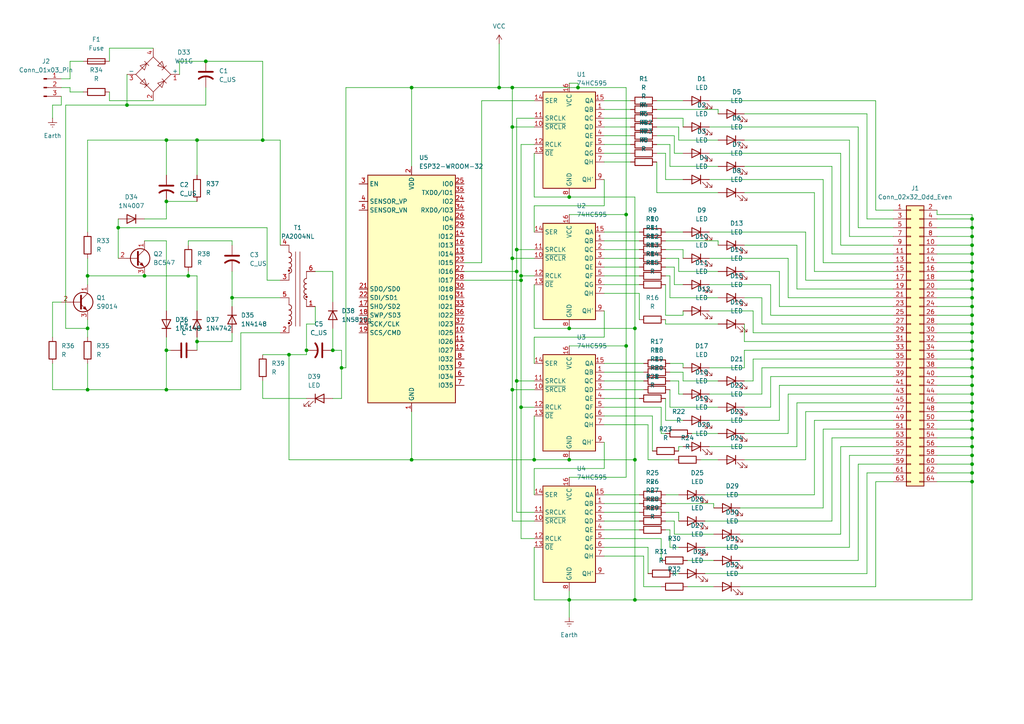
<source format=kicad_sch>
(kicad_sch (version 20250114) (generator "eeschema") (generator_version "9.0")
  (paper "A4")
  (lib_symbols
    (symbol "74xx:74HC595"
      (property "Reference" "U" (at -7.62 13.97 0))
      (property "Value" "74HC595" (at -7.62 -16.51 0))
      (symbol "74HC595_1_0"
        (pin input line (at -10.16 10.16 0) (length 2.54) (name "SER") (number "14"))
        (pin input line (at -10.16 5.08 0) (length 2.54) (name "SRCLK") (number "11"))
        (pin input line (at -10.16 2.54 0) (length 2.54) (name "~{SRCLR}") (number "10"))
        (pin input line (at -10.16 -2.54 0) (length 2.54) (name "RCLK") (number "12"))
        (pin input line (at -10.16 -5.08 0) (length 2.54) (name "~{OE}") (number "13"))
        (pin power_in line (at 0 15.24 270) (length 2.54) (name "VCC") (number "16"))
        (pin power_in line (at 0 -17.78 90) (length 2.54) (name "GND") (number "8"))
        (pin tri_state line (at 10.16 10.16 180) (length 2.54) (name "QA") (number "15"))
        (pin tri_state line (at 10.16 7.62 180) (length 2.54) (name "QB") (number "1"))
        (pin tri_state line (at 10.16 5.08 180) (length 2.54) (name "QC") (number "2"))
        (pin tri_state line (at 10.16 2.54 180) (length 2.54) (name "QD") (number "3"))
        (pin tri_state line (at 10.16 0 180) (length 2.54) (name "QE") (number "4"))
        (pin tri_state line (at 10.16 -2.54 180) (length 2.54) (name "QF") (number "5"))
        (pin tri_state line (at 10.16 -5.08 180) (length 2.54) (name "QG") (number "6"))
        (pin tri_state line (at 10.16 -7.62 180) (length 2.54) (name "QH") (number "7"))
        (pin output line (at 10.16 -12.7 180) (length 2.54) (name "QH'") (number "9"))
      )
    )
    (symbol "Connector:Conn_01x03_Pin" (pin_names (offset 1.016) (hide yes))
      (property "Reference" "J" (at 0 5.08 0))
      (property "Value" "Conn_01x03_Pin" (at 0 -5.08 0))
      (symbol "Conn_01x03_Pin_1_1"
        (pin passive line (at 5.08 2.54 180) (length 3.81) (name "Pin_1") (number "1"))
        (pin passive line (at 5.08 0 180) (length 3.81) (name "Pin_2") (number "2"))
        (pin passive line (at 5.08 -2.54 180) (length 3.81) (name "Pin_3") (number "3"))
      )
    )
    (symbol "Connector_Generic:Conn_02x32_Odd_Even" (pin_names (offset 1.016) (hide yes))
      (property "Reference" "J" (at 1.27 40.64 0))
      (property "Value" "Conn_02x32_Odd_Even" (at 1.27 -43.18 0))
      (symbol "Conn_02x32_Odd_Even_1_1"
        (pin passive line (at -5.08 38.1 0) (length 3.81) (name "Pin_1") (number "1"))
        (pin passive line (at -5.08 35.56 0) (length 3.81) (name "Pin_3") (number "3"))
        (pin passive line (at -5.08 33.02 0) (length 3.81) (name "Pin_5") (number "5"))
        (pin passive line (at -5.08 30.48 0) (length 3.81) (name "Pin_7") (number "7"))
        (pin passive line (at -5.08 27.94 0) (length 3.81) (name "Pin_9") (number "9"))
        (pin passive line (at -5.08 25.4 0) (length 3.81) (name "Pin_11") (number "11"))
        (pin passive line (at -5.08 22.86 0) (length 3.81) (name "Pin_13") (number "13"))
        (pin passive line (at -5.08 20.32 0) (length 3.81) (name "Pin_15") (number "15"))
        (pin passive line (at -5.08 17.78 0) (length 3.81) (name "Pin_17") (number "17"))
        (pin passive line (at -5.08 15.24 0) (length 3.81) (name "Pin_19") (number "19"))
        (pin passive line (at -5.08 12.7 0) (length 3.81) (name "Pin_21") (number "21"))
        (pin passive line (at -5.08 10.16 0) (length 3.81) (name "Pin_23") (number "23"))
        (pin passive line (at -5.08 7.62 0) (length 3.81) (name "Pin_25") (number "25"))
        (pin passive line (at -5.08 5.08 0) (length 3.81) (name "Pin_27") (number "27"))
        (pin passive line (at -5.08 2.54 0) (length 3.81) (name "Pin_29") (number "29"))
        (pin passive line (at -5.08 0 0) (length 3.81) (name "Pin_31") (number "31"))
        (pin passive line (at -5.08 -2.54 0) (length 3.81) (name "Pin_33") (number "33"))
        (pin passive line (at -5.08 -5.08 0) (length 3.81) (name "Pin_35") (number "35"))
        (pin passive line (at -5.08 -7.62 0) (length 3.81) (name "Pin_37") (number "37"))
        (pin passive line (at -5.08 -10.16 0) (length 3.81) (name "Pin_39") (number "39"))
        (pin passive line (at -5.08 -12.7 0) (length 3.81) (name "Pin_41") (number "41"))
        (pin passive line (at -5.08 -15.24 0) (length 3.81) (name "Pin_43") (number "43"))
        (pin passive line (at -5.08 -17.78 0) (length 3.81) (name "Pin_45") (number "45"))
        (pin passive line (at -5.08 -20.32 0) (length 3.81) (name "Pin_47") (number "47"))
        (pin passive line (at -5.08 -22.86 0) (length 3.81) (name "Pin_49") (number "49"))
        (pin passive line (at -5.08 -25.4 0) (length 3.81) (name "Pin_51") (number "51"))
        (pin passive line (at -5.08 -27.94 0) (length 3.81) (name "Pin_53") (number "53"))
        (pin passive line (at -5.08 -30.48 0) (length 3.81) (name "Pin_55") (number "55"))
        (pin passive line (at -5.08 -33.02 0) (length 3.81) (name "Pin_57") (number "57"))
        (pin passive line (at -5.08 -35.56 0) (length 3.81) (name "Pin_59") (number "59"))
        (pin passive line (at -5.08 -38.1 0) (length 3.81) (name "Pin_61") (number "61"))
        (pin passive line (at -5.08 -40.64 0) (length 3.81) (name "Pin_63") (number "63"))
        (pin passive line (at 7.62 38.1 180) (length 3.81) (name "Pin_2") (number "2"))
        (pin passive line (at 7.62 35.56 180) (length 3.81) (name "Pin_4") (number "4"))
        (pin passive line (at 7.62 33.02 180) (length 3.81) (name "Pin_6") (number "6"))
        (pin passive line (at 7.62 30.48 180) (length 3.81) (name "Pin_8") (number "8"))
        (pin passive line (at 7.62 27.94 180) (length 3.81) (name "Pin_10") (number "10"))
        (pin passive line (at 7.62 25.4 180) (length 3.81) (name "Pin_12") (number "12"))
        (pin passive line (at 7.62 22.86 180) (length 3.81) (name "Pin_14") (number "14"))
        (pin passive line (at 7.62 20.32 180) (length 3.81) (name "Pin_16") (number "16"))
        (pin passive line (at 7.62 17.78 180) (length 3.81) (name "Pin_18") (number "18"))
        (pin passive line (at 7.62 15.24 180) (length 3.81) (name "Pin_20") (number "20"))
        (pin passive line (at 7.62 12.7 180) (length 3.81) (name "Pin_22") (number "22"))
        (pin passive line (at 7.62 10.16 180) (length 3.81) (name "Pin_24") (number "24"))
        (pin passive line (at 7.62 7.62 180) (length 3.81) (name "Pin_26") (number "26"))
        (pin passive line (at 7.62 5.08 180) (length 3.81) (name "Pin_28") (number "28"))
        (pin passive line (at 7.62 2.54 180) (length 3.81) (name "Pin_30") (number "30"))
        (pin passive line (at 7.62 0 180) (length 3.81) (name "Pin_32") (number "32"))
        (pin passive line (at 7.62 -2.54 180) (length 3.81) (name "Pin_34") (number "34"))
        (pin passive line (at 7.62 -5.08 180) (length 3.81) (name "Pin_36") (number "36"))
        (pin passive line (at 7.62 -7.62 180) (length 3.81) (name "Pin_38") (number "38"))
        (pin passive line (at 7.62 -10.16 180) (length 3.81) (name "Pin_40") (number "40"))
        (pin passive line (at 7.62 -12.7 180) (length 3.81) (name "Pin_42") (number "42"))
        (pin passive line (at 7.62 -15.24 180) (length 3.81) (name "Pin_44") (number "44"))
        (pin passive line (at 7.62 -17.78 180) (length 3.81) (name "Pin_46") (number "46"))
        (pin passive line (at 7.62 -20.32 180) (length 3.81) (name "Pin_48") (number "48"))
        (pin passive line (at 7.62 -22.86 180) (length 3.81) (name "Pin_50") (number "50"))
        (pin passive line (at 7.62 -25.4 180) (length 3.81) (name "Pin_52") (number "52"))
        (pin passive line (at 7.62 -27.94 180) (length 3.81) (name "Pin_54") (number "54"))
        (pin passive line (at 7.62 -30.48 180) (length 3.81) (name "Pin_56") (number "56"))
        (pin passive line (at 7.62 -33.02 180) (length 3.81) (name "Pin_58") (number "58"))
        (pin passive line (at 7.62 -35.56 180) (length 3.81) (name "Pin_60") (number "60"))
        (pin passive line (at 7.62 -38.1 180) (length 3.81) (name "Pin_62") (number "62"))
        (pin passive line (at 7.62 -40.64 180) (length 3.81) (name "Pin_64") (number "64"))
      )
    )
    (symbol "Device:C" (pin_numbers (hide yes)) (pin_names (offset 0.254))
      (property "Reference" "C" (at 0.635 2.54 0))
      (property "Value" "C" (at 0.635 -2.54 0))
      (symbol "C_1_1"
        (pin passive line (at 0 3.81 270) (length 2.794) (name "~") (number "1"))
        (pin passive line (at 0 -3.81 90) (length 2.794) (name "~") (number "2"))
      )
    )
    (symbol "Device:C_US" (pin_numbers (hide yes)) (pin_names (offset 0.254) (hide yes))
      (property "Reference" "C" (at 0.635 2.54 0))
      (property "Value" "C_US" (at 0.635 -2.54 0))
      (symbol "C_US_1_1"
        (pin passive line (at 0 3.81 270) (length 2.794) (name "~") (number "1"))
        (pin passive line (at 0 -3.81 90) (length 3.302) (name "~") (number "2"))
      )
    )
    (symbol "Device:Fuse" (pin_numbers (hide yes)) (pin_names (offset 0))
      (property "Reference" "F" (at 2.032 0 90))
      (property "Value" "Fuse" (at -1.905 0 90))
      (symbol "Fuse_1_1"
        (pin passive line (at 0 3.81 270) (length 1.27) (name "~") (number "1"))
        (pin passive line (at 0 -3.81 90) (length 1.27) (name "~") (number "2"))
      )
    )
    (symbol "Device:LED" (pin_numbers (hide yes)) (pin_names (offset 1.016) (hide yes))
      (property "Reference" "D" (at 0 2.54 0))
      (property "Value" "LED" (at 0 -2.54 0))
      (symbol "LED_1_1"
        (pin passive line (at -3.81 0 0) (length 2.54) (name "K") (number "1"))
        (pin passive line (at 3.81 0 180) (length 2.54) (name "A") (number "2"))
      )
    )
    (symbol "Device:R" (pin_numbers (hide yes)) (pin_names (offset 0))
      (property "Reference" "R" (at 2.032 0 90))
      (property "Value" "R" (at 0 0 90))
      (symbol "R_1_1"
        (pin passive line (at 0 3.81 270) (length 1.27) (name "~") (number "1"))
        (pin passive line (at 0 -3.81 90) (length 1.27) (name "~") (number "2"))
      )
    )
    (symbol "Diode:1N4007" (pin_numbers (hide yes)) (pin_names (hide yes))
      (property "Reference" "D" (at 0 2.54 0))
      (property "Value" "1N4007" (at 0 -2.54 0))
      (symbol "1N4007_1_1"
        (pin passive line (at -3.81 0 0) (length 2.54) (name "K") (number "1"))
        (pin passive line (at 3.81 0 180) (length 2.54) (name "A") (number "2"))
      )
    )
    (symbol "Diode:1N4148" (pin_numbers (hide yes)) (pin_names (hide yes))
      (property "Reference" "D" (at 0 2.54 0))
      (property "Value" "1N4148" (at 0 -2.54 0))
      (symbol "1N4148_1_1"
        (pin passive line (at -3.81 0 0) (length 2.54) (name "K") (number "1"))
        (pin passive line (at 3.81 0 180) (length 2.54) (name "A") (number "2"))
      )
    )
    (symbol "Diode_Bridge:W01G" (pin_names (offset 0))
      (property "Reference" "D" (at 2.54 6.985 0))
      (property "Value" "W01G" (at 2.54 5.08 0))
      (symbol "W01G_1_1"
        (pin passive line (at -7.62 0 0) (length 2.54) (name "-") (number "3"))
        (pin passive line (at 0 7.62 270) (length 2.54) (name "~") (number "4"))
        (pin passive line (at 0 -7.62 90) (length 2.54) (name "~") (number "2"))
        (pin passive line (at 7.62 0 180) (length 2.54) (name "+") (number "1"))
      )
    )
    (symbol "RF_Module:ESP32-WROOM-32"
      (property "Reference" "U" (at -12.7 34.29 0))
      (property "Value" "ESP32-WROOM-32" (at 1.27 34.29 0))
      (symbol "ESP32-WROOM-32_1_1"
        (pin input line (at -15.24 30.48 0) (length 2.54) (name "EN") (number "3"))
        (pin input line (at -15.24 25.4 0) (length 2.54) (name "SENSOR_VP") (number "4"))
        (pin input line (at -15.24 22.86 0) (length 2.54) (name "SENSOR_VN") (number "5"))
        (pin bidirectional line (at -15.24 0 0) (length 2.54) (name "SDO/SD0") (number "21"))
        (pin bidirectional line (at -15.24 -2.54 0) (length 2.54) (name "SDI/SD1") (number "22"))
        (pin bidirectional line (at -15.24 -5.08 0) (length 2.54) (name "SHD/SD2") (number "17"))
        (pin bidirectional line (at -15.24 -7.62 0) (length 2.54) (name "SWP/SD3") (number "18"))
        (pin bidirectional line (at -15.24 -10.16 0) (length 2.54) (name "SCK/CLK") (number "20"))
        (pin bidirectional line (at -15.24 -12.7 0) (length 2.54) (name "SCS/CMD") (number "19"))
        (pin no_connect line (at -12.7 -27.94 0) (length 2.54) (hide yes) (name "NC") (number "32"))
        (pin power_in line (at 0 35.56 270) (length 2.54) (name "VDD") (number "2"))
        (pin power_in line (at 0 -35.56 90) (length 2.54) (name "GND") (number "1"))
        (pin passive line (at 0 -35.56 90) (length 2.54) (hide yes) (name "GND") (number "15"))
        (pin passive line (at 0 -35.56 90) (length 2.54) (hide yes) (name "GND") (number "38"))
        (pin passive line (at 0 -35.56 90) (length 2.54) (hide yes) (name "GND") (number "39"))
        (pin bidirectional line (at 15.24 30.48 180) (length 2.54) (name "IO0") (number "25"))
        (pin bidirectional line (at 15.24 27.94 180) (length 2.54) (name "TXD0/IO1") (number "35"))
        (pin bidirectional line (at 15.24 25.4 180) (length 2.54) (name "IO2") (number "24"))
        (pin bidirectional line (at 15.24 22.86 180) (length 2.54) (name "RXD0/IO3") (number "34"))
        (pin bidirectional line (at 15.24 20.32 180) (length 2.54) (name "IO4") (number "26"))
        (pin bidirectional line (at 15.24 17.78 180) (length 2.54) (name "IO5") (number "29"))
        (pin bidirectional line (at 15.24 15.24 180) (length 2.54) (name "IO12") (number "14"))
        (pin bidirectional line (at 15.24 12.7 180) (length 2.54) (name "IO13") (number "16"))
        (pin bidirectional line (at 15.24 10.16 180) (length 2.54) (name "IO14") (number "13"))
        (pin bidirectional line (at 15.24 7.62 180) (length 2.54) (name "IO15") (number "23"))
        (pin bidirectional line (at 15.24 5.08 180) (length 2.54) (name "IO16") (number "27"))
        (pin bidirectional line (at 15.24 2.54 180) (length 2.54) (name "IO17") (number "28"))
        (pin bidirectional line (at 15.24 0 180) (length 2.54) (name "IO18") (number "30"))
        (pin bidirectional line (at 15.24 -2.54 180) (length 2.54) (name "IO19") (number "31"))
        (pin bidirectional line (at 15.24 -5.08 180) (length 2.54) (name "IO21") (number "33"))
        (pin bidirectional line (at 15.24 -7.62 180) (length 2.54) (name "IO22") (number "36"))
        (pin bidirectional line (at 15.24 -10.16 180) (length 2.54) (name "IO23") (number "37"))
        (pin bidirectional line (at 15.24 -12.7 180) (length 2.54) (name "IO25") (number "10"))
        (pin bidirectional line (at 15.24 -15.24 180) (length 2.54) (name "IO26") (number "11"))
        (pin bidirectional line (at 15.24 -17.78 180) (length 2.54) (name "IO27") (number "12"))
        (pin bidirectional line (at 15.24 -20.32 180) (length 2.54) (name "IO32") (number "8"))
        (pin bidirectional line (at 15.24 -22.86 180) (length 2.54) (name "IO33") (number "9"))
        (pin input line (at 15.24 -25.4 180) (length 2.54) (name "IO34") (number "6"))
        (pin input line (at 15.24 -27.94 180) (length 2.54) (name "IO35") (number "7"))
      )
    )
    (symbol "Transformer:PA2004NL" (pin_names (hide yes))
      (property "Reference" "T" (at 0 13.97 0))
      (property "Value" "PA2004NL" (at 0 -13.97 0))
      (symbol "PA2004NL_1_1"
        (pin passive line (at -5.08 5.08 0) (length 2.54) (name "~") (number "1"))
        (pin passive line (at -5.08 -5.08 0) (length 2.54) (name "~") (number "6"))
        (pin passive line (at 5.08 12.7 180) (length 2.54) (name "~") (number "2"))
        (pin passive line (at 5.08 2.54 180) (length 2.54) (name "~") (number "5"))
        (pin passive line (at 5.08 -2.54 180) (length 2.54) (name "~") (number "3"))
        (pin passive line (at 5.08 -12.7 180) (length 2.54) (name "~") (number "4"))
      )
    )
    (symbol "Transistor_BJT:BC547" (pin_names (offset 0) (hide yes))
      (property "Reference" "Q" (at 5.08 1.905 0))
      (property "Value" "BC547" (at 5.08 0 0))
      (symbol "BC547_1_1"
        (pin input line (at -5.08 0 0) (length 2.54) (name "B") (number "2"))
        (pin passive line (at 2.54 5.08 270) (length 2.54) (name "C") (number "1"))
        (pin passive line (at 2.54 -5.08 90) (length 2.54) (name "E") (number "3"))
      )
    )
    (symbol "power:Earth" (power) (pin_numbers (hide yes)) (pin_names (offset 0) (hide yes))
      (property "Value" "Earth" (at 0 -3.81 0))
      (symbol "Earth_1_1"
        (pin power_in line (at 0 0 270) (length 0) (name "~") (number "1"))
      )
    )
    (symbol "power:VCC" (power) (pin_numbers (hide yes)) (pin_names (offset 0) (hide yes))
      (property "Value" "VCC" (at 0 3.556 0))
      (symbol "VCC_1_1"
        (pin power_in line (at 0 0 90) (length 0) (name "~") (number "1"))
      )
    )
  )
  (junction (at 48.26 101.6))
  (junction (at 281.94 104.14))
  (junction (at 25.4 113.03))
  (junction (at 149.86 78.74))
  (junction (at 148.59 113.03))
  (junction (at 281.94 139.7))
  (junction (at 281.94 99.06))
  (junction (at 281.94 96.52))
  (junction (at 154.94 133.35))
  (junction (at 148.59 74.93))
  (junction (at 281.94 93.98))
  (junction (at 281.94 68.58))
  (junction (at 167.64 25.4))
  (junction (at 181.61 62.23))
  (junction (at 281.94 88.9))
  (junction (at 148.59 36.83))
  (junction (at 281.94 91.44))
  (junction (at 165.1 95.25))
  (junction (at 57.15 40.64))
  (junction (at 184.15 95.25))
  (junction (at 281.94 66.04))
  (junction (at 119.38 25.4))
  (junction (at 281.94 78.74))
  (junction (at 149.86 72.39))
  (junction (at 148.59 25.4))
  (junction (at 281.94 121.92))
  (junction (at 281.94 63.5))
  (junction (at 165.1 57.15))
  (junction (at 25.4 95.25))
  (junction (at 281.94 137.16))
  (junction (at 41.91 80.01))
  (junction (at 281.94 71.12))
  (junction (at 144.78 25.4))
  (junction (at 281.94 114.3))
  (junction (at 281.94 86.36))
  (junction (at 34.29 66.04))
  (junction (at 281.94 116.84))
  (junction (at 36.83 30.48))
  (junction (at 181.61 100.33))
  (junction (at 184.15 133.35))
  (junction (at 281.94 83.82))
  (junction (at 59.69 17.78))
  (junction (at 281.94 129.54))
  (junction (at 151.13 118.11))
  (junction (at 54.61 80.01))
  (junction (at 149.86 110.49))
  (junction (at 83.82 102.87))
  (junction (at 99.06 106.68))
  (junction (at 151.13 81.28))
  (junction (at 48.26 113.03))
  (junction (at 281.94 111.76))
  (junction (at 281.94 73.66))
  (junction (at 76.2 40.64))
  (junction (at 25.4 80.01))
  (junction (at 281.94 127))
  (junction (at 281.94 81.28))
  (junction (at 88.9 101.6))
  (junction (at 57.15 99.06))
  (junction (at 281.94 124.46))
  (junction (at 281.94 76.2))
  (junction (at 281.94 132.08))
  (junction (at 48.26 58.42))
  (junction (at 281.94 134.62))
  (junction (at 281.94 101.6))
  (junction (at 48.26 40.64))
  (junction (at 67.31 86.36))
  (junction (at 281.94 109.22))
  (junction (at 96.52 101.6))
  (junction (at 184.15 173.99))
  (junction (at 165.1 173.99))
  (junction (at 119.38 133.35))
  (junction (at 151.13 80.01))
  (junction (at 281.94 106.68))
  (junction (at 281.94 119.38))
  (junction (at 165.1 133.35))
  (wire (pts (xy 25.4 95.25) (xy 25.4 97.79)))
  (wire (pts (xy 198.12 105.41) (xy 198.12 106.68)))
  (wire (pts (xy 259.08 86.36) (xy 228.6 86.36)))
  (wire (pts (xy 218.44 104.14) (xy 218.44 110.49)))
  (wire (pts (xy 67.31 69.85) (xy 67.31 71.12)))
  (wire (pts (xy 259.08 73.66) (xy 241.3 73.66)))
  (wire (pts (xy 144.78 25.4) (xy 148.59 25.4)))
  (wire (pts (xy 195.58 77.47) (xy 195.58 82.55)))
  (wire (pts (xy 41.91 69.85) (xy 48.26 69.85)))
  (wire (pts (xy 151.13 118.11) (xy 154.94 118.11)))
  (wire (pts (xy 281.94 114.3) (xy 281.94 116.84)))
  (wire (pts (xy 17.78 87.63) (xy 15.24 87.63)))
  (wire (pts (xy 175.26 52.07) (xy 175.26 59.69)))
  (wire (pts (xy 271.78 96.52) (xy 281.94 96.52)))
  (wire (pts (xy 25.4 105.41) (xy 25.4 113.03)))
  (wire (pts (xy 36.83 21.59) (xy 36.83 30.48)))
  (wire (pts (xy 226.06 88.9) (xy 226.06 78.74)))
  (wire (pts (xy 181.61 25.4) (xy 181.61 62.23)))
  (wire (pts (xy 175.26 97.79) (xy 154.94 97.79)))
  (wire (pts (xy 259.08 91.44) (xy 223.52 91.44)))
  (wire (pts (xy 208.28 93.98) (xy 193.04 93.98)))
  (wire (pts (xy 76.2 115.57) (xy 88.9 115.57)))
  (wire (pts (xy 175.26 67.31) (xy 185.42 67.31)))
  (wire (pts (xy 175.26 90.17) (xy 175.26 97.79)))
  (wire (pts (xy 57.15 80.01) (xy 54.61 80.01)))
  (wire (pts (xy 243.84 154.94) (xy 214.63 154.94)))
  (wire (pts (xy 99.06 115.57) (xy 99.06 106.68)))
  (wire (pts (xy 259.08 63.5) (xy 251.46 63.5)))
  (wire (pts (xy 259.08 76.2) (xy 238.76 76.2)))
  (wire (pts (xy 251.46 137.16) (xy 251.46 166.37)))
  (wire (pts (xy 187.96 133.35) (xy 195.58 133.35)))
  (wire (pts (xy 190.5 31.75) (xy 208.28 31.75)))
  (wire (pts (xy 259.08 88.9) (xy 226.06 88.9)))
  (wire (pts (xy 220.98 86.36) (xy 215.9 86.36)))
  (wire (pts (xy 167.64 25.4) (xy 181.61 25.4)))
  (wire (pts (xy 67.31 99.06) (xy 57.15 99.06)))
  (wire (pts (xy 198.12 107.95) (xy 194.31 107.95)))
  (wire (pts (xy 271.78 99.06) (xy 281.94 99.06)))
  (wire (pts (xy 67.31 78.74) (xy 67.31 86.36)))
  (wire (pts (xy 193.04 151.13) (xy 195.58 151.13)))
  (wire (pts (xy 228.6 125.73) (xy 215.9 125.73)))
  (wire (pts (xy 205.74 114.3) (xy 220.98 114.3)))
  (wire (pts (xy 281.94 71.12) (xy 281.94 73.66)))
  (wire (pts (xy 223.52 91.44) (xy 223.52 82.55)))
  (wire (pts (xy 119.38 25.4) (xy 144.78 25.4)))
  (wire (pts (xy 271.78 91.44) (xy 281.94 91.44)))
  (wire (pts (xy 246.38 68.58) (xy 246.38 40.64)))
  (wire (pts (xy 271.78 109.22) (xy 281.94 109.22)))
  (wire (pts (xy 281.94 83.82) (xy 281.94 86.36)))
  (wire (pts (xy 175.26 118.11) (xy 191.77 118.11)))
  (wire (pts (xy 175.26 156.21) (xy 191.77 156.21)))
  (wire (pts (xy 175.26 161.29) (xy 186.69 161.29)))
  (wire (pts (xy 151.13 156.21) (xy 154.94 156.21)))
  (wire (pts (xy 259.08 137.16) (xy 251.46 137.16)))
  (wire (pts (xy 254 60.96) (xy 254 29.21)))
  (wire (pts (xy 165.1 100.33) (xy 181.61 100.33)))
  (wire (pts (xy 25.4 95.25) (xy 19.05 95.25)))
  (wire (pts (xy 271.78 106.68) (xy 281.94 106.68)))
  (wire (pts (xy 243.84 129.54) (xy 243.84 154.94)))
  (wire (pts (xy 83.82 102.87) (xy 88.9 102.87)))
  (wire (pts (xy 76.2 40.64) (xy 76.2 17.78)))
  (wire (pts (xy 175.26 105.41) (xy 186.69 105.41)))
  (wire (pts (xy 48.26 101.6) (xy 48.26 113.03)))
  (wire (pts (xy 184.15 57.15) (xy 184.15 95.25)))
  (wire (pts (xy 196.85 78.74) (xy 208.28 78.74)))
  (wire (pts (xy 193.04 153.67) (xy 194.31 153.67)))
  (wire (pts (xy 175.26 143.51) (xy 185.42 143.51)))
  (wire (pts (xy 193.04 82.55) (xy 193.04 91.44)))
  (wire (pts (xy 194.31 118.11) (xy 194.31 113.03)))
  (wire (pts (xy 81.28 86.36) (xy 67.31 86.36)))
  (wire (pts (xy 195.58 39.37) (xy 195.58 44.45)))
  (wire (pts (xy 196.85 158.75) (xy 194.31 158.75)))
  (wire (pts (xy 281.94 111.76) (xy 281.94 114.3)))
  (wire (pts (xy 165.1 173.99) (xy 165.1 179.07)))
  (wire (pts (xy 205.74 67.31) (xy 233.68 67.31)))
  (wire (pts (xy 154.94 44.45) (xy 154.94 57.15)))
  (wire (pts (xy 52.07 17.78) (xy 59.69 17.78)))
  (wire (pts (xy 259.08 121.92) (xy 236.22 121.92)))
  (wire (pts (xy 190.5 44.45) (xy 193.04 44.45)))
  (wire (pts (xy 54.61 71.12) (xy 54.61 69.85)))
  (wire (pts (xy 57.15 50.8) (xy 57.15 40.64)))
  (wire (pts (xy 226.06 111.76) (xy 226.06 121.92)))
  (wire (pts (xy 193.04 92.71) (xy 193.04 93.98)))
  (wire (pts (xy 149.86 72.39) (xy 154.94 72.39)))
  (wire (pts (xy 154.94 97.79) (xy 154.94 105.41)))
  (wire (pts (xy 271.78 76.2) (xy 281.94 76.2)))
  (wire (pts (xy 281.94 93.98) (xy 281.94 96.52)))
  (wire (pts (xy 187.96 123.19) (xy 187.96 133.35)))
  (wire (pts (xy 281.94 68.58) (xy 281.94 71.12)))
  (wire (pts (xy 271.78 139.7) (xy 281.94 139.7)))
  (wire (pts (xy 119.38 48.26) (xy 119.38 25.4)))
  (wire (pts (xy 187.96 158.75) (xy 187.96 166.37)))
  (wire (pts (xy 175.26 44.45) (xy 182.88 44.45)))
  (wire (pts (xy 248.92 134.62) (xy 248.92 162.56)))
  (wire (pts (xy 233.68 133.35) (xy 215.9 133.35)))
  (wire (pts (xy 231.14 83.82) (xy 231.14 71.12)))
  (wire (pts (xy 31.75 13.97) (xy 44.45 13.97)))
  (wire (pts (xy 281.94 137.16) (xy 281.94 139.7)))
  (wire (pts (xy 271.78 68.58) (xy 281.94 68.58)))
  (wire (pts (xy 91.44 93.98) (xy 88.9 93.98)))
  (wire (pts (xy 259.08 127) (xy 241.3 127)))
  (wire (pts (xy 148.59 36.83) (xy 148.59 25.4)))
  (wire (pts (xy 196.85 110.49) (xy 196.85 114.3)))
  (wire (pts (xy 259.08 68.58) (xy 246.38 68.58)))
  (wire (pts (xy 198.12 34.29) (xy 198.12 36.83)))
  (wire (pts (xy 193.04 72.39) (xy 198.12 72.39)))
  (wire (pts (xy 186.69 170.18) (xy 191.77 170.18)))
  (wire (pts (xy 154.94 59.69) (xy 154.94 67.31)))
  (wire (pts (xy 246.38 40.64) (xy 215.9 40.64)))
  (wire (pts (xy 281.94 63.5) (xy 281.94 66.04)))
  (wire (pts (xy 208.28 118.11) (xy 194.31 118.11)))
  (wire (pts (xy 223.52 118.11) (xy 215.9 118.11)))
  (wire (pts (xy 259.08 81.28) (xy 233.68 81.28)))
  (wire (pts (xy 259.08 71.12) (xy 243.84 71.12)))
  (wire (pts (xy 88.9 93.98) (xy 88.9 101.6)))
  (wire (pts (xy 57.15 99.06) (xy 57.15 101.6)))
  (wire (pts (xy 259.08 139.7) (xy 254 139.7)))
  (wire (pts (xy 175.26 148.59) (xy 185.42 148.59)))
  (wire (pts (xy 154.94 82.55) (xy 154.94 95.25)))
  (wire (pts (xy 271.78 134.62) (xy 281.94 134.62)))
  (wire (pts (xy 241.3 127) (xy 241.3 151.13)))
  (wire (pts (xy 154.94 74.93) (xy 148.59 74.93)))
  (wire (pts (xy 259.08 116.84) (xy 231.14 116.84)))
  (wire (pts (xy 193.04 74.93) (xy 196.85 74.93)))
  (wire (pts (xy 154.94 34.29) (xy 149.86 34.29)))
  (wire (pts (xy 281.94 106.68) (xy 281.94 109.22)))
  (wire (pts (xy 281.94 73.66) (xy 281.94 76.2)))
  (wire (pts (xy 196.85 74.93) (xy 196.85 78.74)))
  (wire (pts (xy 259.08 99.06) (xy 215.9 99.06)))
  (wire (pts (xy 281.94 86.36) (xy 281.94 88.9)))
  (wire (pts (xy 271.78 127) (xy 281.94 127)))
  (wire (pts (xy 15.24 87.63) (xy 15.24 97.79)))
  (wire (pts (xy 175.26 36.83) (xy 182.88 36.83)))
  (wire (pts (xy 193.04 67.31) (xy 198.12 67.31)))
  (wire (pts (xy 165.1 173.99) (xy 184.15 173.99)))
  (wire (pts (xy 154.94 95.25) (xy 165.1 95.25)))
  (wire (pts (xy 281.94 81.28) (xy 281.94 83.82)))
  (wire (pts (xy 281.94 129.54) (xy 281.94 132.08)))
  (wire (pts (xy 20.32 26.67) (xy 24.13 26.67)))
  (wire (pts (xy 259.08 78.74) (xy 236.22 78.74)))
  (wire (pts (xy 175.26 46.99) (xy 182.88 46.99)))
  (wire (pts (xy 220.98 106.68) (xy 259.08 106.68)))
  (wire (pts (xy 271.78 81.28) (xy 281.94 81.28)))
  (wire (pts (xy 259.08 60.96) (xy 254 60.96)))
  (wire (pts (xy 175.26 146.05) (xy 185.42 146.05)))
  (wire (pts (xy 31.75 17.78) (xy 31.75 13.97)))
  (wire (pts (xy 185.42 85.09) (xy 185.42 92.71)))
  (wire (pts (xy 69.85 96.52) (xy 69.85 113.03)))
  (wire (pts (xy 154.94 151.13) (xy 148.59 151.13)))
  (wire (pts (xy 186.69 107.95) (xy 175.26 107.95)))
  (wire (pts (xy 238.76 76.2) (xy 238.76 52.07)))
  (wire (pts (xy 259.08 93.98) (xy 220.98 93.98)))
  (wire (pts (xy 271.78 124.46) (xy 281.94 124.46)))
  (wire (pts (xy 198.12 72.39) (xy 198.12 74.93)))
  (wire (pts (xy 190.5 34.29) (xy 198.12 34.29)))
  (wire (pts (xy 193.04 44.45) (xy 193.04 52.07)))
  (wire (pts (xy 81.28 40.64) (xy 76.2 40.64)))
  (wire (pts (xy 193.04 52.07) (xy 198.12 52.07)))
  (wire (pts (xy 96.52 115.57) (xy 99.06 115.57)))
  (wire (pts (xy 15.24 30.48) (xy 17.78 30.48)))
  (wire (pts (xy 271.78 93.98) (xy 281.94 93.98)))
  (wire (pts (xy 233.68 119.38) (xy 233.68 133.35)))
  (wire (pts (xy 208.28 31.75) (xy 208.28 33.02)))
  (wire (pts (xy 189.23 120.65) (xy 175.26 120.65)))
  (wire (pts (xy 236.22 143.51) (xy 204.47 143.51)))
  (wire (pts (xy 228.6 74.93) (xy 205.74 74.93)))
  (wire (pts (xy 251.46 63.5) (xy 251.46 33.02)))
  (wire (pts (xy 15.24 105.41) (xy 15.24 113.03)))
  (wire (pts (xy 271.78 101.6) (xy 281.94 101.6)))
  (wire (pts (xy 57.15 90.17) (xy 57.15 80.01)))
  (wire (pts (xy 271.78 114.3) (xy 281.94 114.3)))
  (wire (pts (xy 17.78 25.4) (xy 20.32 25.4)))
  (wire (pts (xy 151.13 41.91) (xy 151.13 80.01)))
  (wire (pts (xy 271.78 62.23) (xy 281.94 62.23)))
  (wire (pts (xy 228.6 114.3) (xy 228.6 125.73)))
  (wire (pts (xy 193.04 121.92) (xy 198.12 121.92)))
  (wire (pts (xy 119.38 133.35) (xy 154.94 133.35)))
  (wire (pts (xy 259.08 83.82) (xy 231.14 83.82)))
  (wire (pts (xy 281.94 96.52) (xy 281.94 99.06)))
  (wire (pts (xy 271.78 63.5) (xy 281.94 63.5)))
  (wire (pts (xy 193.04 77.47) (xy 195.58 77.47)))
  (wire (pts (xy 17.78 22.86) (xy 20.32 22.86)))
  (wire (pts (xy 175.26 41.91) (xy 182.88 41.91)))
  (wire (pts (xy 148.59 25.4) (xy 167.64 25.4)))
  (wire (pts (xy 67.31 96.52) (xy 67.31 99.06)))
  (wire (pts (xy 215.9 110.49) (xy 218.44 110.49)))
  (wire (pts (xy 231.14 116.84) (xy 231.14 129.54)))
  (wire (pts (xy 151.13 80.01) (xy 151.13 81.28)))
  (wire (pts (xy 76.2 17.78) (xy 59.69 17.78)))
  (wire (pts (xy 196.85 36.83) (xy 196.85 40.64)))
  (wire (pts (xy 20.32 22.86) (xy 20.32 17.78)))
  (wire (pts (xy 175.26 128.27) (xy 175.26 135.89)))
  (wire (pts (xy 196.85 151.13) (xy 196.85 148.59)))
  (wire (pts (xy 190.5 55.88) (xy 208.28 55.88)))
  (wire (pts (xy 259.08 66.04) (xy 248.92 66.04)))
  (wire (pts (xy 165.1 133.35) (xy 184.15 133.35)))
  (wire (pts (xy 100.33 25.4) (xy 119.38 25.4)))
  (wire (pts (xy 190.5 36.83) (xy 196.85 36.83)))
  (wire (pts (xy 119.38 119.38) (xy 119.38 133.35)))
  (wire (pts (xy 281.94 124.46) (xy 281.94 127)))
  (wire (pts (xy 195.58 44.45) (xy 198.12 44.45)))
  (wire (pts (xy 194.31 158.75) (xy 194.31 153.67)))
  (wire (pts (xy 193.04 115.57) (xy 193.04 121.92)))
  (wire (pts (xy 154.94 135.89) (xy 154.94 143.51)))
  (wire (pts (xy 57.15 40.64) (xy 76.2 40.64)))
  (wire (pts (xy 77.47 81.28) (xy 77.47 66.04)))
  (wire (pts (xy 259.08 134.62) (xy 248.92 134.62)))
  (wire (pts (xy 175.26 29.21) (xy 182.88 29.21)))
  (wire (pts (xy 154.94 36.83) (xy 148.59 36.83)))
  (wire (pts (xy 226.06 121.92) (xy 205.74 121.92)))
  (wire (pts (xy 254 139.7) (xy 254 170.18)))
  (wire (pts (xy 184.15 95.25) (xy 184.15 133.35)))
  (wire (pts (xy 215.9 93.98) (xy 215.9 99.06)))
  (wire (pts (xy 41.91 80.01) (xy 54.61 80.01)))
  (wire (pts (xy 186.69 161.29) (xy 186.69 170.18)))
  (wire (pts (xy 148.59 113.03) (xy 148.59 74.93)))
  (wire (pts (xy 57.15 97.79) (xy 57.15 99.06)))
  (wire (pts (xy 151.13 118.11) (xy 151.13 156.21)))
  (wire (pts (xy 25.4 40.64) (xy 48.26 40.64)))
  (wire (pts (xy 259.08 104.14) (xy 218.44 104.14)))
  (wire (pts (xy 17.78 30.48) (xy 17.78 27.94)))
  (wire (pts (xy 184.15 133.35) (xy 184.15 173.99)))
  (wire (pts (xy 281.94 173.99) (xy 281.94 139.7)))
  (wire (pts (xy 19.05 95.25) (xy 19.05 30.48)))
  (wire (pts (xy 175.26 135.89) (xy 154.94 135.89)))
  (wire (pts (xy 54.61 69.85) (xy 67.31 69.85)))
  (wire (pts (xy 149.86 78.74) (xy 149.86 110.49)))
  (wire (pts (xy 281.94 91.44) (xy 281.94 93.98)))
  (wire (pts (xy 165.1 57.15) (xy 184.15 57.15)))
  (wire (pts (xy 220.98 114.3) (xy 220.98 106.68)))
  (wire (pts (xy 165.1 138.43) (xy 181.61 138.43)))
  (wire (pts (xy 259.08 111.76) (xy 226.06 111.76)))
  (wire (pts (xy 154.94 133.35) (xy 165.1 133.35)))
  (wire (pts (xy 215.9 78.74) (xy 226.06 78.74)))
  (wire (pts (xy 193.04 91.44) (xy 198.12 91.44)))
  (wire (pts (xy 96.52 95.25) (xy 96.52 101.6)))
  (wire (pts (xy 196.85 40.64) (xy 208.28 40.64)))
  (wire (pts (xy 20.32 17.78) (xy 24.13 17.78)))
  (wire (pts (xy 248.92 66.04) (xy 248.92 36.83)))
  (wire (pts (xy 281.94 76.2) (xy 281.94 78.74)))
  (wire (pts (xy 25.4 80.01) (xy 25.4 82.55)))
  (wire (pts (xy 195.58 154.94) (xy 207.01 154.94)))
  (wire (pts (xy 151.13 80.01) (xy 154.94 80.01)))
  (wire (pts (xy 154.94 57.15) (xy 165.1 57.15)))
  (wire (pts (xy 281.94 127) (xy 281.94 129.54)))
  (wire (pts (xy 148.59 74.93) (xy 148.59 36.83)))
  (wire (pts (xy 100.33 106.68) (xy 100.33 25.4)))
  (wire (pts (xy 134.62 81.28) (xy 151.13 81.28)))
  (wire (pts (xy 99.06 106.68) (xy 100.33 106.68)))
  (wire (pts (xy 81.28 81.28) (xy 77.47 81.28)))
  (wire (pts (xy 254 170.18) (xy 214.63 170.18)))
  (wire (pts (xy 76.2 102.87) (xy 83.82 102.87)))
  (wire (pts (xy 191.77 125.73) (xy 193.04 125.73)))
  (wire (pts (xy 259.08 124.46) (xy 238.76 124.46)))
  (wire (pts (xy 271.78 137.16) (xy 281.94 137.16)))
  (wire (pts (xy 175.26 39.37) (xy 182.88 39.37)))
  (wire (pts (xy 215.9 55.88) (xy 236.22 55.88)))
  (wire (pts (xy 41.91 80.01) (xy 25.4 80.01)))
  (wire (pts (xy 175.26 77.47) (xy 185.42 77.47)))
  (wire (pts (xy 175.26 72.39) (xy 185.42 72.39)))
  (wire (pts (xy 259.08 114.3) (xy 228.6 114.3)))
  (wire (pts (xy 271.78 86.36) (xy 281.94 86.36)))
  (wire (pts (xy 149.86 148.59) (xy 154.94 148.59)))
  (wire (pts (xy 175.26 80.01) (xy 185.42 80.01)))
  (wire (pts (xy 48.26 40.64) (xy 48.26 50.8)))
  (wire (pts (xy 194.31 105.41) (xy 198.12 105.41)))
  (wire (pts (xy 271.78 73.66) (xy 281.94 73.66)))
  (wire (pts (xy 248.92 162.56) (xy 214.63 162.56)))
  (wire (pts (xy 99.06 106.68) (xy 99.06 101.6)))
  (wire (pts (xy 67.31 86.36) (xy 67.31 88.9)))
  (wire (pts (xy 88.9 102.87) (xy 88.9 101.6)))
  (wire (pts (xy 54.61 78.74) (xy 54.61 80.01)))
  (wire (pts (xy 181.61 100.33) (xy 181.61 138.43)))
  (wire (pts (xy 228.6 86.36) (xy 228.6 74.93)))
  (wire (pts (xy 236.22 78.74) (xy 236.22 55.88)))
  (wire (pts (xy 34.29 66.04) (xy 34.29 74.93)))
  (wire (pts (xy 271.78 104.14) (xy 281.94 104.14)))
  (wire (pts (xy 271.78 78.74) (xy 281.94 78.74)))
  (wire (pts (xy 134.62 76.2) (xy 139.7 76.2)))
  (wire (pts (xy 149.86 34.29) (xy 149.86 72.39)))
  (wire (pts (xy 193.04 80.01) (xy 194.31 80.01)))
  (wire (pts (xy 208.28 69.85) (xy 208.28 71.12)))
  (wire (pts (xy 259.08 132.08) (xy 246.38 132.08)))
  (wire (pts (xy 139.7 29.21) (xy 154.94 29.21)))
  (wire (pts (xy 241.3 73.66) (xy 241.3 48.26)))
  (wire (pts (xy 193.04 146.05) (xy 207.01 146.05)))
  (wire (pts (xy 281.94 101.6) (xy 281.94 104.14)))
  (wire (pts (xy 223.52 109.22) (xy 223.52 118.11)))
  (wire (pts (xy 238.76 124.46) (xy 238.76 147.32)))
  (wire (pts (xy 154.94 41.91) (xy 151.13 41.91)))
  (wire (pts (xy 134.62 78.74) (xy 149.86 78.74)))
  (wire (pts (xy 175.26 59.69) (xy 154.94 59.69)))
  (wire (pts (xy 25.4 74.93) (xy 25.4 80.01)))
  (wire (pts (xy 259.08 119.38) (xy 233.68 119.38)))
  (wire (pts (xy 220.98 93.98) (xy 220.98 86.36)))
  (wire (pts (xy 195.58 82.55) (xy 198.12 82.55)))
  (wire (pts (xy 175.26 31.75) (xy 182.88 31.75)))
  (wire (pts (xy 59.69 30.48) (xy 59.69 25.4)))
  (wire (pts (xy 148.59 151.13) (xy 148.59 113.03)))
  (wire (pts (xy 215.9 48.26) (xy 241.3 48.26)))
  (wire (pts (xy 154.94 158.75) (xy 154.94 173.99)))
  (wire (pts (xy 76.2 110.49) (xy 76.2 115.57)))
  (wire (pts (xy 281.94 121.92) (xy 281.94 124.46)))
  (wire (pts (xy 165.1 171.45) (xy 165.1 173.99)))
  (wire (pts (xy 83.82 102.87) (xy 83.82 133.35)))
  (wire (pts (xy 200.66 125.73) (xy 208.28 125.73)))
  (wire (pts (xy 254 29.21) (xy 205.74 29.21)))
  (wire (pts (xy 154.94 120.65) (xy 154.94 133.35)))
  (wire (pts (xy 199.39 162.56) (xy 207.01 162.56)))
  (wire (pts (xy 175.26 85.09) (xy 185.42 85.09)))
  (wire (pts (xy 190.5 46.99) (xy 190.5 55.88)))
  (wire (pts (xy 154.94 173.99) (xy 165.1 173.99)))
  (wire (pts (xy 175.26 69.85) (xy 185.42 69.85)))
  (wire (pts (xy 196.85 114.3) (xy 198.12 114.3)))
  (wire (pts (xy 175.26 123.19) (xy 187.96 123.19)))
  (wire (pts (xy 167.64 24.13) (xy 167.64 25.4)))
  (wire (pts (xy 194.31 86.36) (xy 208.28 86.36)))
  (wire (pts (xy 198.12 91.44) (xy 198.12 90.17)))
  (wire (pts (xy 238.76 147.32) (xy 214.63 147.32)))
  (wire (pts (xy 19.05 30.48) (xy 36.83 30.48)))
  (wire (pts (xy 195.58 166.37) (xy 196.85 166.37)))
  (wire (pts (xy 281.94 119.38) (xy 281.94 121.92)))
  (wire (pts (xy 194.31 48.26) (xy 208.28 48.26)))
  (wire (pts (xy 205.74 106.68) (xy 215.9 106.68)))
  (wire (pts (xy 205.74 82.55) (xy 223.52 82.55)))
  (wire (pts (xy 281.94 62.23) (xy 281.94 63.5)))
  (wire (pts (xy 15.24 34.29) (xy 15.24 30.48)))
  (wire (pts (xy 48.26 113.03) (xy 25.4 113.03)))
  (wire (pts (xy 281.94 132.08) (xy 281.94 134.62)))
  (wire (pts (xy 259.08 96.52) (xy 218.44 96.52)))
  (wire (pts (xy 281.94 78.74) (xy 281.94 81.28)))
  (wire (pts (xy 48.26 58.42) (xy 48.26 63.5)))
  (wire (pts (xy 77.47 66.04) (xy 34.29 66.04)))
  (wire (pts (xy 281.94 99.06) (xy 281.94 101.6)))
  (wire (pts (xy 215.9 71.12) (xy 231.14 71.12)))
  (wire (pts (xy 48.26 97.79) (xy 48.26 101.6)))
  (wire (pts (xy 181.61 62.23) (xy 181.61 100.33)))
  (wire (pts (xy 193.04 148.59) (xy 196.85 148.59)))
  (wire (pts (xy 281.94 104.14) (xy 281.94 106.68)))
  (wire (pts (xy 193.04 69.85) (xy 208.28 69.85)))
  (wire (pts (xy 259.08 129.54) (xy 243.84 129.54)))
  (wire (pts (xy 149.86 110.49) (xy 154.94 110.49)))
  (wire (pts (xy 191.77 156.21) (xy 191.77 162.56)))
  (wire (pts (xy 96.52 87.63) (xy 96.52 78.74)))
  (wire (pts (xy 271.78 83.82) (xy 281.94 83.82)))
  (wire (pts (xy 241.3 151.13) (xy 204.47 151.13)))
  (wire (pts (xy 52.07 21.59) (xy 52.07 17.78)))
  (wire (pts (xy 194.31 110.49) (xy 196.85 110.49)))
  (wire (pts (xy 175.26 82.55) (xy 185.42 82.55)))
  (wire (pts (xy 218.44 90.17) (xy 205.74 90.17)))
  (wire (pts (xy 190.5 39.37) (xy 195.58 39.37)))
  (wire (pts (xy 233.68 81.28) (xy 233.68 67.31)))
  (wire (pts (xy 251.46 33.02) (xy 215.9 33.02)))
  (wire (pts (xy 175.26 110.49) (xy 186.69 110.49)))
  (wire (pts (xy 189.23 130.81) (xy 189.23 120.65)))
  (wire (pts (xy 34.29 63.5) (xy 34.29 66.04)))
  (wire (pts (xy 190.5 41.91) (xy 194.31 41.91)))
  (wire (pts (xy 271.78 111.76) (xy 281.94 111.76)))
  (wire (pts (xy 175.26 74.93) (xy 185.42 74.93)))
  (wire (pts (xy 149.86 110.49) (xy 149.86 148.59)))
  (wire (pts (xy 271.78 60.96) (xy 271.78 62.23)))
  (wire (pts (xy 271.78 121.92) (xy 281.94 121.92)))
  (wire (pts (xy 194.31 41.91) (xy 194.31 48.26)))
  (wire (pts (xy 207.01 146.05) (xy 207.01 147.32)))
  (wire (pts (xy 223.52 109.22) (xy 259.08 109.22)))
  (wire (pts (xy 198.12 110.49) (xy 198.12 107.95)))
  (wire (pts (xy 83.82 133.35) (xy 119.38 133.35)))
  (wire (pts (xy 196.85 130.81) (xy 196.85 129.54)))
  (wire (pts (xy 31.75 26.67) (xy 31.75 29.21)))
  (wire (pts (xy 271.78 129.54) (xy 281.94 129.54)))
  (wire (pts (xy 48.26 63.5) (xy 41.91 63.5)))
  (wire (pts (xy 205.74 44.45) (xy 243.84 44.45)))
  (wire (pts (xy 139.7 76.2) (xy 139.7 29.21)))
  (wire (pts (xy 190.5 29.21) (xy 198.12 29.21)))
  (wire (pts (xy 25.4 92.71) (xy 25.4 95.25)))
  (wire (pts (xy 69.85 113.03) (xy 48.26 113.03)))
  (wire (pts (xy 246.38 132.08) (xy 246.38 158.75)))
  (wire (pts (xy 44.45 29.21) (xy 31.75 29.21)))
  (wire (pts (xy 175.26 34.29) (xy 182.88 34.29)))
  (wire (pts (xy 251.46 166.37) (xy 204.47 166.37)))
  (wire (pts (xy 48.26 90.17) (xy 48.26 69.85)))
  (wire (pts (xy 175.26 153.67) (xy 185.42 153.67)))
  (wire (pts (xy 165.1 62.23) (xy 181.61 62.23)))
  (wire (pts (xy 175.26 158.75) (xy 187.96 158.75)))
  (wire (pts (xy 175.26 113.03) (xy 186.69 113.03)))
  (wire (pts (xy 208.28 110.49) (xy 198.12 110.49)))
  (wire (pts (xy 271.78 71.12) (xy 281.94 71.12)))
  (wire (pts (xy 81.28 71.12) (xy 81.28 40.64)))
  (wire (pts (xy 281.94 134.62) (xy 281.94 137.16)))
  (wire (pts (xy 20.32 25.4) (xy 20.32 26.67)))
  (wire (pts (xy 281.94 88.9) (xy 281.94 91.44)))
  (wire (pts (xy 91.44 88.9) (xy 91.44 93.98)))
  (wire (pts (xy 96.52 101.6) (xy 99.06 101.6)))
  (wire (pts (xy 193.04 143.51) (xy 196.85 143.51)))
  (wire (pts (xy 154.94 113.03) (xy 148.59 113.03)))
  (wire (pts (xy 151.13 81.28) (xy 151.13 118.11)))
  (wire (pts (xy 218.44 96.52) (xy 218.44 90.17)))
  (wire (pts (xy 215.9 101.6) (xy 215.9 106.68)))
  (wire (pts (xy 281.94 66.04) (xy 281.94 68.58)))
  (wire (pts (xy 15.24 113.03) (xy 25.4 113.03)))
  (wire (pts (xy 205.74 129.54) (xy 231.14 129.54)))
  (wire (pts (xy 203.2 133.35) (xy 208.28 133.35)))
  (wire (pts (xy 271.78 66.04) (xy 281.94 66.04)))
  (wire (pts (xy 195.58 151.13) (xy 195.58 154.94)))
  (wire (pts (xy 243.84 71.12) (xy 243.84 44.45)))
  (wire (pts (xy 48.26 101.6) (xy 49.53 101.6)))
  (wire (pts (xy 165.1 95.25) (xy 184.15 95.25)))
  (wire (pts (xy 36.83 30.48) (xy 59.69 30.48)))
  (wire (pts (xy 191.77 118.11) (xy 191.77 125.73)))
  (wire (pts (xy 248.92 36.83) (xy 205.74 36.83)))
  (wire (pts (xy 184.15 173.99) (xy 281.94 173.99)))
  (wire (pts (xy 271.78 119.38) (xy 281.94 119.38)))
  (wire (pts (xy 236.22 121.92) (xy 236.22 143.51)))
  (wire (pts (xy 25.4 67.31) (xy 25.4 40.64)))
  (wire (pts (xy 281.94 116.84) (xy 281.94 119.38)))
  (wire (pts (xy 165.1 24.13) (xy 167.64 24.13)))
  (wire (pts (xy 271.78 88.9) (xy 281.94 88.9)))
  (wire (pts (xy 194.31 80.01) (xy 194.31 86.36)))
  (wire (pts (xy 175.26 151.13) (xy 185.42 151.13)))
  (wire (pts (xy 259.08 101.6) (xy 215.9 101.6)))
  (wire (pts (xy 81.28 96.52) (xy 69.85 96.52)))
  (wire (pts (xy 196.85 129.54) (xy 198.12 129.54)))
  (wire (pts (xy 246.38 158.75) (xy 204.47 158.75)))
  (wire (pts (xy 96.52 78.74) (xy 91.44 78.74)))
  (wire (pts (xy 144.78 12.7) (xy 144.78 25.4)))
  (wire (pts (xy 271.78 132.08) (xy 281.94 132.08)))
  (wire (pts (xy 48.26 40.64) (xy 57.15 40.64)))
  (wire (pts (xy 199.39 170.18) (xy 207.01 170.18)))
  (wire (pts (xy 271.78 116.84) (xy 281.94 116.84)))
  (wire (pts (xy 175.26 115.57) (xy 185.42 115.57)))
  (wire (pts (xy 281.94 109.22) (xy 281.94 111.76)))
  (wire (pts (xy 149.86 72.39) (xy 149.86 78.74)))
  (wire (pts (xy 238.76 52.07) (xy 205.74 52.07)))
  (wire (pts (xy 48.26 58.42) (xy 57.15 58.42)))
  (symbol (lib_id "Device:LED") (at 201.93 36.83 0) (mirror y) (unit 1)
    (property "Reference" "D2" (at 203.5175 30.48 0))
    (property "Value" "LED" (at 203.5175 33.02 0))
    (property "Footprint" "LED_THT:LED_D4.0mm" (effects (hide yes)))
    (property "Description" "Light emitting diode" (effects (hide yes)))
    (property "Sim.Pins" "1=K 2=A" (effects (hide yes)))
  )
  (symbol (lib_id "74xx:74HC595") (at 165.1 39.37 0) (unit 1)
    (property "Reference" "U1" (at 167.2433 21.59 0) (effects (justify left)))
    (property "Value" "74HC595" (at 167.2433 24.13 0) (effects (justify left)))
    (property "Footprint" "Package_DIP:DIP-16_W7.62mm" (effects (hide yes)))
    (property "Datasheet" "http://www.ti.com/lit/ds/symlink/sn74hc595.pdf" (effects (hide yes)))
    (property "Description" "8-bit serial in/out Shift Register 3-State Outputs" (effects (hide yes)))
  )
  (symbol (lib_id "Device:LED") (at 212.09 71.12 0) (mirror y) (unit 1)
    (property "Reference" "D13" (at 213.6775 64.77 0))
    (property "Value" "LED" (at 213.6775 67.31 0))
    (property "Footprint" "LED_THT:LED_D4.0mm" (effects (hide yes)))
    (property "Description" "Light emitting diode" (effects (hide yes)))
    (property "Sim.Pins" "1=K 2=A" (effects (hide yes)))
  )
  (symbol (lib_id "power:Earth") (at 15.24 34.29 0) (unit 1)
    (property "Reference" "#PWR03" (effects (hide yes)))
    (property "Value" "Earth" (at 15.24 39.37 0))
    (property "Description" "Power symbol creates a global label with name \"Earth\"" (effects (hide yes)))
  )
  (symbol (lib_id "Device:LED") (at 210.82 154.94 0) (mirror y) (unit 1)
    (property "Reference" "D30" (at 212.4075 148.59 0))
    (property "Value" "LED" (at 212.4075 151.13 0))
    (property "Footprint" "LED_THT:LED_D4.0mm" (effects (hide yes)))
    (property "Description" "Light emitting diode" (effects (hide yes)))
    (property "Sim.Pins" "1=K 2=A" (effects (hide yes)))
  )
  (symbol (lib_id "Device:R") (at 186.69 41.91 90) (unit 1)
    (property "Reference" "R6" (at 186.69 35.56 90))
    (property "Value" "R" (at 186.69 38.1 90))
    (property "Footprint" "Resistor_THT:R_Axial_DIN0207_L6.3mm_D2.5mm_P10.16mm_Horizontal" (effects (hide yes)))
    (property "Description" "Resistor" (effects (hide yes)))
  )
  (symbol (lib_id "Diode_Bridge:W01G") (at 44.45 21.59 0) (unit 1)
    (property "Reference" "D33" (at 53.34 15.1698 0))
    (property "Value" "W01G" (at 53.34 17.7098 0))
    (property "Footprint" "Diode_THT:Diode_Bridge_Round_D9.8mm" (effects (hide yes)))
    (property "Datasheet" "https://www.vishay.com/docs/88769/woo5g.pdf" (effects (hide yes)))
    (property "Description" "Glass Passivated Single-Phase Bridge Rectifier, 70V Vrms, 1.5A If, WOG package" (effects (hide yes)))
  )
  (symbol (lib_id "Device:LED") (at 210.82 147.32 0) (mirror y) (unit 1)
    (property "Reference" "D29" (at 212.4075 140.97 0))
    (property "Value" "LED" (at 212.4075 143.51 0))
    (property "Footprint" "LED_THT:LED_D4.0mm" (effects (hide yes)))
    (property "Description" "Light emitting diode" (effects (hide yes)))
    (property "Sim.Pins" "1=K 2=A" (effects (hide yes)))
  )
  (symbol (lib_id "Device:R") (at 76.2 106.68 180) (unit 1)
    (property "Reference" "R39" (at 78.74 105.4099 0) (effects (justify right)))
    (property "Value" "R" (at 78.74 107.9499 0) (effects (justify right)))
    (property "Footprint" "Resistor_THT:R_Axial_DIN0207_L6.3mm_D2.5mm_P10.16mm_Horizontal" (effects (hide yes)))
    (property "Description" "Resistor" (effects (hide yes)))
  )
  (symbol (lib_id "Device:R") (at 190.5 110.49 90) (unit 1)
    (property "Reference" "R19" (at 190.5 104.14 90))
    (property "Value" "R" (at 190.5 106.68 90))
    (property "Footprint" "Resistor_THT:R_Axial_DIN0207_L6.3mm_D2.5mm_P10.16mm_Horizontal" (effects (hide yes)))
    (property "Description" "Resistor" (effects (hide yes)))
  )
  (symbol (lib_id "Device:C_US") (at 59.69 21.59 0) (unit 1)
    (property "Reference" "C1" (at 63.5 20.5739 0) (effects (justify left)))
    (property "Value" "C_US" (at 63.5 23.1139 0) (effects (justify left)))
    (property "Footprint" "Capacitor_THT:CP_Radial_D12.5mm_P5.00mm" (effects (hide yes)))
    (property "Description" "capacitor, US symbol" (effects (hide yes)))
  )
  (symbol (lib_id "Diode:1N4148") (at 67.31 92.71 270) (unit 1)
    (property "Reference" "D35" (at 69.85 91.4399 90) (effects (justify left)))
    (property "Value" "1N4148" (at 69.85 93.9799 90) (effects (justify left)))
    (property "Footprint" "Diode_THT:D_DO-35_SOD27_P7.62mm_Horizontal" (effects (hide yes)))
    (property "Datasheet" "https://assets.nexperia.com/documents/data-sheet/1N4148_1N4448.pdf" (effects (hide yes)))
    (property "Description" "100V 0.15A standard switching diode, DO-35" (effects (hide yes)))
    (property "Sim.Device" "D" (effects (hide yes)))
    (property "Sim.Pins" "1=K 2=A" (effects (hide yes)))
  )
  (symbol (lib_id "Transistor_BJT:BC547") (at 39.37 74.93 0) (unit 1)
    (property "Reference" "Q2" (at 44.45 73.6599 0) (effects (justify left)))
    (property "Value" "BC547" (at 44.45 76.1999 0) (effects (justify left)))
    (property "Footprint" "Package_TO_SOT_THT:TO-92_Inline" (effects (hide yes)))
    (property "Datasheet" "https://www.onsemi.com/pub/Collateral/BC550-D.pdf" (effects (hide yes)))
    (property "Description" "0.1A Ic, 45V Vce, Small Signal NPN Transistor, TO-92" (effects (hide yes)))
  )
  (symbol (lib_id "Device:R") (at 195.58 162.56 90) (unit 1)
    (property "Reference" "R30" (at 195.58 156.21 90))
    (property "Value" "R" (at 195.58 158.75 90))
    (property "Footprint" "Resistor_THT:R_Axial_DIN0207_L6.3mm_D2.5mm_P10.16mm_Horizontal" (effects (hide yes)))
    (property "Description" "Resistor" (effects (hide yes)))
  )
  (symbol (lib_id "Diode:1N4007") (at 38.1 63.5 180) (unit 1)
    (property "Reference" "D34" (at 38.1 57.15 0))
    (property "Value" "1N4007" (at 38.1 59.69 0))
    (property "Footprint" "Diode_THT:D_DO-41_SOD81_P10.16mm_Horizontal" (effects (hide yes)))
    (property "Datasheet" "http://www.vishay.com/docs/88503/1n4001.pdf" (effects (hide yes)))
    (property "Description" "1000V 1A General Purpose Rectifier Diode, DO-41" (effects (hide yes)))
    (property "Sim.Device" "D" (effects (hide yes)))
    (property "Sim.Pins" "1=K 2=A" (effects (hide yes)))
  )
  (symbol (lib_id "74xx:74HC595") (at 165.1 77.47 0) (unit 1)
    (property "Reference" "U2" (at 167.2433 59.69 0) (effects (justify left)))
    (property "Value" "74HC595" (at 167.2433 62.23 0) (effects (justify left)))
    (property "Footprint" "Package_DIP:DIP-16_W7.62mm" (effects (hide yes)))
    (property "Datasheet" "http://www.ti.com/lit/ds/symlink/sn74hc595.pdf" (effects (hide yes)))
    (property "Description" "8-bit serial in/out Shift Register 3-State Outputs" (effects (hide yes)))
  )
  (symbol (lib_id "Device:R") (at 25.4 101.6 0) (unit 1)
    (property "Reference" "R35" (at 27.94 100.3299 0) (effects (justify left)))
    (property "Value" "R" (at 27.94 102.8699 0) (effects (justify left)))
    (property "Footprint" "Resistor_THT:R_Axial_DIN0207_L6.3mm_D2.5mm_P10.16mm_Horizontal" (effects (hide yes)))
    (property "Description" "Resistor" (effects (hide yes)))
  )
  (symbol (lib_id "Device:LED") (at 201.93 44.45 0) (mirror y) (unit 1)
    (property "Reference" "D3" (at 203.5175 38.1 0))
    (property "Value" "LED" (at 203.5175 40.64 0))
    (property "Footprint" "LED_THT:LED_D4.0mm" (effects (hide yes)))
    (property "Description" "Light emitting diode" (effects (hide yes)))
    (property "Sim.Pins" "1=K 2=A" (effects (hide yes)))
  )
  (symbol (lib_id "Device:LED") (at 201.93 90.17 0) (mirror y) (unit 1)
    (property "Reference" "D12" (at 204.1525 83.82 0))
    (property "Value" "LED" (at 203.5175 86.36 0))
    (property "Footprint" "LED_THT:LED_D4.0mm" (effects (hide yes)))
    (property "Description" "Light emitting diode" (effects (hide yes)))
    (property "Sim.Pins" "1=K 2=A" (effects (hide yes)))
  )
  (symbol (lib_id "Device:R") (at 186.69 34.29 270) (unit 1)
    (property "Reference" "R3" (at 187.96 38.1 90))
    (property "Value" "R" (at 186.69 30.48 90))
    (property "Footprint" "Resistor_THT:R_Axial_DIN0207_L6.3mm_D2.5mm_P10.16mm_Horizontal" (effects (hide yes)))
    (property "Description" "Resistor" (effects (hide yes)))
  )
  (symbol (lib_id "Device:R") (at 189.23 153.67 90) (unit 1)
    (property "Reference" "R29" (at 189.23 147.32 90))
    (property "Value" "R" (at 189.23 149.86 90))
    (property "Footprint" "Resistor_THT:R_Axial_DIN0207_L6.3mm_D2.5mm_P10.16mm_Horizontal" (effects (hide yes)))
    (property "Description" "Resistor" (effects (hide yes)))
  )
  (symbol (lib_id "Device:R") (at 193.04 130.81 90) (unit 1)
    (property "Reference" "R23" (at 193.04 124.46 90))
    (property "Value" "R" (at 193.04 127 90))
    (property "Footprint" "Resistor_THT:R_Axial_DIN0207_L6.3mm_D2.5mm_P10.16mm_Horizontal" (effects (hide yes)))
    (property "Description" "Resistor" (effects (hide yes)))
  )
  (symbol (lib_id "Device:LED") (at 212.09 48.26 0) (mirror y) (unit 1)
    (property "Reference" "D7" (at 213.6775 41.91 0))
    (property "Value" "LED" (at 213.6775 44.45 0))
    (property "Footprint" "LED_THT:LED_D4.0mm" (effects (hide yes)))
    (property "Description" "Light emitting diode" (effects (hide yes)))
    (property "Sim.Pins" "1=K 2=A" (effects (hide yes)))
  )
  (symbol (lib_id "Device:R") (at 190.5 105.41 90) (unit 1)
    (property "Reference" "R17" (at 190.5 99.06 90))
    (property "Value" "R" (at 190.5 101.6 90))
    (property "Footprint" "Resistor_THT:R_Axial_DIN0207_L6.3mm_D2.5mm_P10.16mm_Horizontal" (effects (hide yes)))
    (property "Description" "Resistor" (effects (hide yes)))
  )
  (symbol (lib_id "Device:R") (at 189.23 69.85 270) (unit 1)
    (property "Reference" "R10" (at 189.23 63.5 90))
    (property "Value" "R" (at 189.23 66.04 90))
    (property "Footprint" "Resistor_THT:R_Axial_DIN0207_L6.3mm_D2.5mm_P10.16mm_Horizontal" (effects (hide yes)))
    (property "Description" "Resistor" (effects (hide yes)))
  )
  (symbol (lib_id "Device:R") (at 57.15 54.61 0) (unit 1)
    (property "Reference" "R37" (at 59.69 53.3399 0) (effects (justify left)))
    (property "Value" "R" (at 59.69 55.8799 0) (effects (justify left)))
    (property "Footprint" "Resistor_THT:R_Axial_DIN0207_L6.3mm_D2.5mm_P10.16mm_Horizontal" (effects (hide yes)))
    (property "Description" "Resistor" (effects (hide yes)))
  )
  (symbol (lib_id "Device:LED") (at 210.82 170.18 0) (mirror y) (unit 1)
    (property "Reference" "D32" (at 212.4075 163.83 0))
    (property "Value" "LED" (at 212.4075 166.37 0))
    (property "Footprint" "LED_THT:LED_D4.0mm" (effects (hide yes)))
    (property "Description" "Light emitting diode" (effects (hide yes)))
    (property "Sim.Pins" "1=K 2=A" (effects (hide yes)))
  )
  (symbol (lib_id "Device:LED") (at 212.09 125.73 0) (mirror y) (unit 1)
    (property "Reference" "D23" (at 213.6775 119.38 0))
    (property "Value" "LED" (at 213.6775 121.92 0))
    (property "Footprint" "LED_THT:LED_D4.0mm" (effects (hide yes)))
    (property "Description" "Light emitting diode" (effects (hide yes)))
    (property "Sim.Pins" "1=K 2=A" (effects (hide yes)))
  )
  (symbol (lib_id "RF_Module:ESP32-WROOM-32") (at 119.38 83.82 0) (unit 1)
    (property "Reference" "U5" (at 121.5233 45.72 0) (effects (justify left)))
    (property "Value" "ESP32-WROOM-32" (at 121.5233 48.26 0) (effects (justify left)))
    (property "Footprint" "RF_Module:ESP32-C3-DevKitM-1" (effects (hide yes)))
    (property "Datasheet" "https://www.espressif.com/sites/default/files/documentation/esp32-wroom-32_datasheet_en.pdf" (effects (hide yes)))
    (property "Description" "RF Module, ESP32-D0WDQ6 SoC, Wi-Fi 802.11b/g/n, Bluetooth, BLE, 32-bit, 2.7-3.6V, onboard antenna, SMD" (effects (hide yes)))
  )
  (symbol (lib_id "Diode:1N4148") (at 48.26 93.98 90) (unit 1)
    (property "Reference" "D36" (at 50.8 92.7099 90) (effects (justify right)))
    (property "Value" "1N4148" (at 50.8 95.2499 90) (effects (justify right)))
    (property "Footprint" "Diode_THT:D_DO-35_SOD27_P7.62mm_Horizontal" (effects (hide yes)))
    (property "Datasheet" "https://assets.nexperia.com/documents/data-sheet/1N4148_1N4448.pdf" (effects (hide yes)))
    (property "Description" "100V 0.15A standard switching diode, DO-35" (effects (hide yes)))
    (property "Sim.Device" "D" (effects (hide yes)))
    (property "Sim.Pins" "1=K 2=A" (effects (hide yes)))
  )
  (symbol (lib_id "Transformer:PA2004NL") (at 86.36 83.82 180) (unit 1)
    (property "Reference" "T1" (at 86.36 66.04 0))
    (property "Value" "PA2004NL" (at 86.36 68.58 0))
    (property "Footprint" "Transformer_THT:Transformer_CHK_EI30-2VA_1xSec" (effects (hide yes)))
    (property "Datasheet" "https://productfinder.pulseeng.com/products/datasheets/P663.pdf" (effects (hide yes)))
    (property "Description" "SMT Gate Drive Transformer, 1:1:1" (effects (hide yes)))
  )
  (symbol (lib_id "Device:R") (at 189.23 148.59 90) (unit 1)
    (property "Reference" "R27" (at 189.23 142.24 90))
    (property "Value" "R" (at 189.23 144.78 90))
    (property "Footprint" "Resistor_THT:R_Axial_DIN0207_L6.3mm_D2.5mm_P10.16mm_Horizontal" (effects (hide yes)))
    (property "Description" "Resistor" (effects (hide yes)))
  )
  (symbol (lib_id "power:Earth") (at 165.1 179.07 0) (unit 1)
    (property "Reference" "#PWR02" (effects (hide yes)))
    (property "Value" "Earth" (at 165.1 184.15 0))
    (property "Description" "Power symbol creates a global label with name \"Earth\"" (effects (hide yes)))
  )
  (symbol (lib_id "Device:C_US") (at 92.71 101.6 270) (unit 1)
    (property "Reference" "C5" (at 92.456 93.98 90))
    (property "Value" "C_US" (at 92.456 96.52 90))
    (property "Footprint" "Capacitor_THT:CP_Radial_D8.0mm_P3.80mm" (effects (hide yes)))
    (property "Description" "capacitor, US symbol" (effects (hide yes)))
  )
  (symbol (lib_id "Device:LED") (at 200.66 151.13 0) (mirror y) (unit 1)
    (property "Reference" "D26" (at 202.2475 144.78 0))
    (property "Value" "LED" (at 202.2475 147.32 0))
    (property "Footprint" "LED_THT:LED_D4.0mm" (effects (hide yes)))
    (property "Description" "Light emitting diode" (effects (hide yes)))
    (property "Sim.Pins" "1=K 2=A" (effects (hide yes)))
  )
  (symbol (lib_id "Device:LED") (at 212.09 110.49 0) (mirror y) (unit 1)
    (property "Reference" "D21" (at 213.6775 104.14 0))
    (property "Value" "LED" (at 213.6775 106.68 0))
    (property "Footprint" "LED_THT:LED_D4.0mm" (effects (hide yes)))
    (property "Description" "Light emitting diode" (effects (hide yes)))
    (property "Sim.Pins" "1=K 2=A" (effects (hide yes)))
  )
  (symbol (lib_id "Device:LED") (at 212.09 93.98 0) (mirror y) (unit 1)
    (property "Reference" "D16" (at 213.6775 87.63 0))
    (property "Value" "LED" (at 213.6775 90.17 0))
    (property "Footprint" "LED_THT:LED_D4.0mm" (effects (hide yes)))
    (property "Description" "Light emitting diode" (effects (hide yes)))
    (property "Sim.Pins" "1=K 2=A" (effects (hide yes)))
  )
  (symbol (lib_id "Device:R") (at 189.23 72.39 90) (unit 1)
    (property "Reference" "R11" (at 189.23 66.04 90))
    (property "Value" "R" (at 189.23 68.58 90))
    (property "Footprint" "Resistor_THT:R_Axial_DIN0207_L6.3mm_D2.5mm_P10.16mm_Horizontal" (effects (hide yes)))
    (property "Description" "Resistor" (effects (hide yes)))
  )
  (symbol (lib_id "Device:R") (at 189.23 146.05 90) (unit 1)
    (property "Reference" "R26" (at 189.23 139.7 90))
    (property "Value" "R" (at 189.23 142.24 90))
    (property "Footprint" "Resistor_THT:R_Axial_DIN0207_L6.3mm_D2.5mm_P10.16mm_Horizontal" (effects (hide yes)))
    (property "Description" "Resistor" (effects (hide yes)))
  )
  (symbol (lib_id "Device:LED") (at 201.93 52.07 0) (mirror y) (unit 1)
    (property "Reference" "D4" (at 204.1525 45.72 0))
    (property "Value" "LED" (at 203.5175 48.26 0))
    (property "Footprint" "LED_THT:LED_D4.0mm" (effects (hide yes)))
    (property "Description" "Light emitting diode" (effects (hide yes)))
    (property "Sim.Pins" "1=K 2=A" (effects (hide yes)))
  )
  (symbol (lib_id "Device:R") (at 25.4 71.12 0) (unit 1)
    (property "Reference" "R33" (at 27.94 69.8499 0) (effects (justify left)))
    (property "Value" "R" (at 27.94 72.3899 0) (effects (justify left)))
    (property "Footprint" "Resistor_THT:R_Axial_DIN0207_L6.3mm_D2.5mm_P10.16mm_Horizontal" (effects (hide yes)))
    (property "Description" "Resistor" (effects (hide yes)))
  )
  (symbol (lib_id "Device:LED") (at 92.71 115.57 0) (unit 1)
    (property "Reference" "D39" (at 91.1225 109.22 0))
    (property "Value" "LED" (at 91.1225 111.76 0))
    (property "Footprint" "LED_THT:LED_D4.0mm" (effects (hide yes)))
    (property "Description" "Light emitting diode" (effects (hide yes)))
    (property "Sim.Pins" "1=K 2=A" (effects (hide yes)))
  )
  (symbol (lib_id "Device:R") (at 189.23 74.93 90) (unit 1)
    (property "Reference" "R12" (at 189.23 68.58 90))
    (property "Value" "R" (at 189.23 71.12 90))
    (property "Footprint" "Resistor_THT:R_Axial_DIN0207_L6.3mm_D2.5mm_P10.16mm_Horizontal" (effects (hide yes)))
    (property "Description" "Resistor" (effects (hide yes)))
  )
  (symbol (lib_id "Device:R") (at 186.69 36.83 90) (unit 1)
    (property "Reference" "R4" (at 186.69 30.48 90))
    (property "Value" "R" (at 186.69 33.02 90))
    (property "Footprint" "Resistor_THT:R_Axial_DIN0207_L6.3mm_D2.5mm_P10.16mm_Horizontal" (effects (hide yes)))
    (property "Description" "Resistor" (effects (hide yes)))
  )
  (symbol (lib_id "Device:Fuse") (at 27.94 17.78 90) (unit 1)
    (property "Reference" "F1" (at 27.94 11.43 90))
    (property "Value" "Fuse" (at 27.94 13.97 90))
    (property "Footprint" "Fuse:Fuse_Bourns_MF-RG300" (effects (hide yes)))
    (property "Description" "Fuse" (effects (hide yes)))
  )
  (symbol (lib_id "Device:R") (at 186.69 29.21 270) (unit 1)
    (property "Reference" "R1" (at 186.69 22.86 90))
    (property "Value" "R" (at 186.69 25.4 90))
    (property "Footprint" "Resistor_THT:R_Axial_DIN0207_L6.3mm_D2.5mm_P10.16mm_Horizontal" (effects (hide yes)))
    (property "Description" "Resistor" (effects (hide yes)))
  )
  (symbol (lib_id "Device:LED") (at 212.09 118.11 0) (mirror y) (unit 1)
    (property "Reference" "D22" (at 213.6775 111.76 0))
    (property "Value" "LED" (at 213.6775 114.3 0))
    (property "Footprint" "LED_THT:LED_D4.0mm" (effects (hide yes)))
    (property "Description" "Light emitting diode" (effects (hide yes)))
    (property "Sim.Pins" "1=K 2=A" (effects (hide yes)))
  )
  (symbol (lib_id "Device:R") (at 189.23 82.55 90) (unit 1)
    (property "Reference" "R15" (at 189.23 76.2 90))
    (property "Value" "R" (at 189.23 78.74 90))
    (property "Footprint" "Resistor_THT:R_Axial_DIN0207_L6.3mm_D2.5mm_P10.16mm_Horizontal" (effects (hide yes)))
    (property "Description" "Resistor" (effects (hide yes)))
  )
  (symbol (lib_id "Diode:1N4007") (at 96.52 91.44 270) (unit 1)
    (property "Reference" "D38" (at 99.06 90.1699 90) (effects (justify left)))
    (property "Value" "1N5819g" (at 99.06 92.7099 90) (effects (justify left)))
    (property "Footprint" "Diode_THT:D_DO-41_SOD81_P10.16mm_Horizontal" (effects (hide yes)))
    (property "Datasheet" "http://www.vishay.com/docs/88503/1n4001.pdf" (effects (hide yes)))
    (property "Description" "1000V 1A General Purpose Rectifier Diode, DO-41" (effects (hide yes)))
    (property "Sim.Device" "D" (effects (hide yes)))
    (property "Sim.Pins" "1=K 2=A" (effects (hide yes)))
  )
  (symbol (lib_id "Device:R") (at 186.69 44.45 270) (unit 1)
    (property "Reference" "R7" (at 186.69 38.1 90))
    (property "Value" "R" (at 186.69 40.64 90))
    (property "Footprint" "Resistor_THT:R_Axial_DIN0207_L6.3mm_D2.5mm_P10.16mm_Horizontal" (effects (hide yes)))
    (property "Description" "Resistor" (effects (hide yes)))
  )
  (symbol (lib_id "Device:R") (at 189.23 67.31 270) (unit 1)
    (property "Reference" "R9" (at 189.23 60.96 90))
    (property "Value" "R" (at 189.23 63.5 90))
    (property "Footprint" "Resistor_THT:R_Axial_DIN0207_L6.3mm_D2.5mm_P10.16mm_Horizontal" (effects (hide yes)))
    (property "Description" "Resistor" (effects (hide yes)))
  )
  (symbol (lib_id "Device:R") (at 186.69 31.75 270) (unit 1)
    (property "Reference" "R2" (at 187.96 35.56 90))
    (property "Value" "R" (at 186.69 27.94 90))
    (property "Footprint" "Resistor_THT:R_Axial_DIN0207_L6.3mm_D2.5mm_P10.16mm_Horizontal" (effects (hide yes)))
    (property "Description" "Resistor" (effects (hide yes)))
  )
  (symbol (lib_id "Device:R") (at 196.85 125.73 90) (unit 1)
    (property "Reference" "R22" (at 196.85 119.38 90))
    (property "Value" "R" (at 196.85 121.92 90))
    (property "Footprint" "Resistor_THT:R_Axial_DIN0207_L6.3mm_D2.5mm_P10.16mm_Horizontal" (effects (hide yes)))
    (property "Description" "Resistor" (effects (hide yes)))
  )
  (symbol (lib_id "Device:R") (at 189.23 92.71 90) (unit 1)
    (property "Reference" "R16" (at 189.23 86.36 90))
    (property "Value" "R" (at 189.23 88.9 90))
    (property "Footprint" "Resistor_THT:R_Axial_DIN0207_L6.3mm_D2.5mm_P10.16mm_Horizontal" (effects (hide yes)))
    (property "Description" "Resistor" (effects (hide yes)))
  )
  (symbol (lib_id "Device:LED") (at 212.09 40.64 0) (mirror y) (unit 1)
    (property "Reference" "D6" (at 213.6775 34.29 0))
    (property "Value" "LED" (at 213.6775 36.83 0))
    (property "Footprint" "LED_THT:LED_D4.0mm" (effects (hide yes)))
    (property "Description" "Light emitting diode" (effects (hide yes)))
    (property "Sim.Pins" "1=K 2=A" (effects (hide yes)))
  )
  (symbol (lib_id "Connector_Generic:Conn_02x32_Odd_Even") (at 264.16 99.06 0) (unit 1)
    (property "Reference" "J1" (at 265.43 54.61 0))
    (property "Value" "Conn_02x32_Odd_Even" (at 265.43 57.15 0))
    (property "Footprint" "Connector_PinHeader_1.27mm:PinHeader_2x32_P1.27mm_Vertical" (effects (hide yes)))
    (property "Description" "Generic connector, double row, 02x32, odd/even pin numbering scheme (row 1 odd numbers, row 2 even numbers), script generated (kicad-library-utils/schlib/autogen/connector/)" (effects (hide yes)))
  )
  (symbol (lib_id "Device:LED") (at 212.09 55.88 0) (mirror y) (unit 1)
    (property "Reference" "D8" (at 213.6775 49.53 0))
    (property "Value" "LED" (at 213.6775 52.07 0))
    (property "Footprint" "LED_THT:LED_D4.0mm" (effects (hide yes)))
    (property "Description" "Light emitting diode" (effects (hide yes)))
    (property "Sim.Pins" "1=K 2=A" (effects (hide yes)))
  )
  (symbol (lib_id "Device:R") (at 189.23 143.51 90) (unit 1)
    (property "Reference" "R25" (at 189.23 137.16 90))
    (property "Value" "R" (at 189.23 139.7 90))
    (property "Footprint" "Resistor_THT:R_Axial_DIN0207_L6.3mm_D2.5mm_P10.16mm_Horizontal" (effects (hide yes)))
    (property "Description" "Resistor" (effects (hide yes)))
  )
  (symbol (lib_id "Device:R") (at 190.5 113.03 90) (unit 1)
    (property "Reference" "R20" (at 190.5 106.68 90))
    (property "Value" "R" (at 190.5 109.22 90))
    (property "Footprint" "Resistor_THT:R_Axial_DIN0207_L6.3mm_D2.5mm_P10.16mm_Horizontal" (effects (hide yes)))
    (property "Description" "Resistor" (effects (hide yes)))
  )
  (symbol (lib_id "Device:LED") (at 201.93 82.55 0) (mirror y) (unit 1)
    (property "Reference" "D11" (at 203.5175 76.2 0))
    (property "Value" "LED" (at 203.5175 78.74 0))
    (property "Footprint" "LED_THT:LED_D4.0mm" (effects (hide yes)))
    (property "Description" "Light emitting diode" (effects (hide yes)))
    (property "Sim.Pins" "1=K 2=A" (effects (hide yes)))
  )
  (symbol (lib_id "Connector:Conn_01x03_Pin") (at 12.7 25.4 0) (unit 1)
    (property "Reference" "J2" (at 13.335 17.78 0))
    (property "Value" "Conn_01x03_Pin" (at 13.335 20.32 0))
    (property "Footprint" "Connector_Stocko:Stocko_MKS_1653-6-0-303_1x3_P2.50mm_Vertical" (effects (hide yes)))
    (property "Description" "Generic connector, single row, 01x03, script generated" (effects (hide yes)))
  )
  (symbol (lib_id "Device:LED") (at 201.93 129.54 0) (mirror y) (unit 1)
    (property "Reference" "D20" (at 204.1525 123.19 0))
    (property "Value" "LED" (at 203.5175 125.73 0))
    (property "Footprint" "LED_THT:LED_D4.0mm" (effects (hide yes)))
    (property "Description" "Light emitting diode" (effects (hide yes)))
    (property "Sim.Pins" "1=K 2=A" (effects (hide yes)))
  )
  (symbol (lib_id "Device:LED") (at 212.09 78.74 0) (mirror y) (unit 1)
    (property "Reference" "D14" (at 213.6775 72.39 0))
    (property "Value" "LED" (at 213.6775 74.93 0))
    (property "Footprint" "LED_THT:LED_D4.0mm" (effects (hide yes)))
    (property "Description" "Light emitting diode" (effects (hide yes)))
    (property "Sim.Pins" "1=K 2=A" (effects (hide yes)))
  )
  (symbol (lib_id "74xx:74HC595") (at 165.1 115.57 0) (unit 1)
    (property "Reference" "U3" (at 167.2433 97.79 0) (effects (justify left)))
    (property "Value" "74HC595" (at 167.2433 100.33 0) (effects (justify left)))
    (property "Footprint" "Package_DIP:DIP-16_W7.62mm" (effects (hide yes)))
    (property "Datasheet" "http://www.ti.com/lit/ds/symlink/sn74hc595.pdf" (effects (hide yes)))
    (property "Description" "8-bit serial in/out Shift Register 3-State Outputs" (effects (hide yes)))
  )
  (symbol (lib_id "Device:LED") (at 201.93 106.68 0) (mirror y) (unit 1)
    (property "Reference" "D17" (at 203.5175 100.33 0))
    (property "Value" "LED" (at 203.5175 102.87 0))
    (property "Footprint" "LED_THT:LED_D4.0mm" (effects (hide yes)))
    (property "Description" "Light emitting diode" (effects (hide yes)))
    (property "Sim.Pins" "1=K 2=A" (effects (hide yes)))
  )
  (symbol (lib_id "Device:LED") (at 201.93 74.93 0) (mirror y) (unit 1)
    (property "Reference" "D10" (at 203.5175 68.58 0))
    (property "Value" "LED" (at 203.5175 71.12 0))
    (property "Footprint" "LED_THT:LED_D4.0mm" (effects (hide yes)))
    (property "Description" "Light emitting diode" (effects (hide yes)))
    (property "Sim.Pins" "1=K 2=A" (effects (hide yes)))
  )
  (symbol (lib_id "Device:R") (at 199.39 133.35 90) (unit 1)
    (property "Reference" "R24" (at 199.39 127 90))
    (property "Value" "R" (at 199.39 129.54 90))
    (property "Footprint" "Resistor_THT:R_Axial_DIN0207_L6.3mm_D2.5mm_P10.16mm_Horizontal" (effects (hide yes)))
    (property "Description" "Resistor" (effects (hide yes)))
  )
  (symbol (lib_id "Device:LED") (at 212.09 133.35 0) (mirror y) (unit 1)
    (property "Reference" "D24" (at 213.6775 127 0))
    (property "Value" "LED" (at 213.6775 129.54 0))
    (property "Footprint" "LED_THT:LED_D4.0mm" (effects (hide yes)))
    (property "Description" "Light emitting diode" (effects (hide yes)))
    (property "Sim.Pins" "1=K 2=A" (effects (hide yes)))
  )
  (symbol (lib_id "Device:LED") (at 212.09 86.36 0) (mirror y) (unit 1)
    (property "Reference" "D15" (at 213.6775 80.01 0))
    (property "Value" "LED" (at 213.6775 82.55 0))
    (property "Footprint" "LED_THT:LED_D4.0mm" (effects (hide yes)))
    (property "Description" "Light emitting diode" (effects (hide yes)))
    (property "Sim.Pins" "1=K 2=A" (effects (hide yes)))
  )
  (symbol (lib_id "74xx:74HC595") (at 165.1 153.67 0) (unit 1)
    (property "Reference" "U4" (at 167.2433 135.89 0) (effects (justify left)))
    (property "Value" "74HC595" (at 167.2433 138.43 0) (effects (justify left)))
    (property "Footprint" "Package_DIP:DIP-16_W7.62mm" (effects (hide yes)))
    (property "Datasheet" "http://www.ti.com/lit/ds/symlink/sn74hc595.pdf" (effects (hide yes)))
    (property "Description" "8-bit serial in/out Shift Register 3-State Outputs" (effects (hide yes)))
  )
  (symbol (lib_id "Device:LED") (at 200.66 166.37 0) (mirror y) (unit 1)
    (property "Reference" "D28" (at 202.8825 160.02 0))
    (property "Value" "LED" (at 202.2475 162.56 0))
    (property "Footprint" "LED_THT:LED_D4.0mm" (effects (hide yes)))
    (property "Description" "Light emitting diode" (effects (hide yes)))
    (property "Sim.Pins" "1=K 2=A" (effects (hide yes)))
  )
  (symbol (lib_id "Device:R") (at 189.23 115.57 90) (unit 1)
    (property "Reference" "R21" (at 189.23 109.22 90))
    (property "Value" "R" (at 189.23 111.76 90))
    (property "Footprint" "Resistor_THT:R_Axial_DIN0207_L6.3mm_D2.5mm_P10.16mm_Horizontal" (effects (hide yes)))
    (property "Description" "Resistor" (effects (hide yes)))
  )
  (symbol (lib_id "Device:C_US") (at 48.26 54.61 0) (unit 1)
    (property "Reference" "C2" (at 52.07 53.5939 0) (effects (justify left)))
    (property "Value" "C_US" (at 52.07 56.1339 0) (effects (justify left)))
    (property "Footprint" "Capacitor_THT:CP_Radial_D10.0mm_P5.00mm" (effects (hide yes)))
    (property "Description" "capacitor, US symbol" (effects (hide yes)))
  )
  (symbol (lib_id "Device:R") (at 191.77 166.37 90) (unit 1)
    (property "Reference" "R31" (at 191.77 160.02 90))
    (property "Value" "R" (at 191.77 162.56 90))
    (property "Footprint" "Resistor_THT:R_Axial_DIN0207_L6.3mm_D2.5mm_P10.16mm_Horizontal" (effects (hide yes)))
    (property "Description" "Resistor" (effects (hide yes)))
  )
  (symbol (lib_id "Device:R") (at 195.58 170.18 90) (unit 1)
    (property "Reference" "R32" (at 195.58 165.1 90))
    (property "Value" "R" (at 195.58 166.37 90))
    (property "Footprint" "Resistor_THT:R_Axial_DIN0207_L6.3mm_D2.5mm_P10.16mm_Horizontal" (effects (hide yes)))
    (property "Description" "Resistor" (effects (hide yes)))
  )
  (symbol (lib_id "Device:LED") (at 210.82 162.56 0) (mirror y) (unit 1)
    (property "Reference" "D31" (at 212.4075 156.21 0))
    (property "Value" "LED" (at 212.4075 158.75 0))
    (property "Footprint" "LED_THT:LED_D4.0mm" (effects (hide yes)))
    (property "Description" "Light emitting diode" (effects (hide yes)))
    (property "Sim.Pins" "1=K 2=A" (effects (hide yes)))
  )
  (symbol (lib_id "Device:LED") (at 201.93 114.3 0) (mirror y) (unit 1)
    (property "Reference" "D18" (at 203.5175 107.95 0))
    (property "Value" "LED" (at 203.5175 110.49 0))
    (property "Footprint" "LED_THT:LED_D4.0mm" (effects (hide yes)))
    (property "Description" "Light emitting diode" (effects (hide yes)))
    (property "Sim.Pins" "1=K 2=A" (effects (hide yes)))
  )
  (symbol (lib_id "Device:LED") (at 212.09 33.02 0) (mirror y) (unit 1)
    (property "Reference" "D5" (at 213.6775 26.67 0))
    (property "Value" "LED" (at 213.6775 29.21 0))
    (property "Footprint" "LED_THT:LED_D4.0mm" (effects (hide yes)))
    (property "Description" "Light emitting diode" (effects (hide yes)))
    (property "Sim.Pins" "1=K 2=A" (effects (hide yes)))
  )
  (symbol (lib_id "Diode:1N4148") (at 57.15 93.98 270) (unit 1)
    (property "Reference" "D37" (at 59.69 92.7099 90) (effects (justify left)))
    (property "Value" "1N4742" (at 59.69 95.2499 90) (effects (justify left)))
    (property "Footprint" "Diode_THT:D_DO-35_SOD27_P7.62mm_Horizontal" (effects (hide yes)))
    (property "Datasheet" "https://assets.nexperia.com/documents/data-sheet/1N4148_1N4448.pdf" (effects (hide yes)))
    (property "Description" "100V 0.15A standard switching diode, DO-35" (effects (hide yes)))
    (property "Sim.Device" "D" (effects (hide yes)))
    (property "Sim.Pins" "1=K 2=A" (effects (hide yes)))
  )
  (symbol (lib_id "Device:LED") (at 201.93 121.92 0) (mirror y) (unit 1)
    (property "Reference" "D19" (at 203.5175 115.57 0))
    (property "Value" "LED" (at 203.5175 118.11 0))
    (property "Footprint" "LED_THT:LED_D4.0mm" (effects (hide yes)))
    (property "Description" "Light emitting diode" (effects (hide yes)))
    (property "Sim.Pins" "1=K 2=A" (effects (hide yes)))
  )
  (symbol (lib_id "Device:C_US") (at 67.31 74.93 0) (unit 1)
    (property "Reference" "C3" (at 72.39 73.9139 0) (effects (justify left)))
    (property "Value" "C_US" (at 72.39 76.4539 0) (effects (justify left)))
    (property "Footprint" "Capacitor_THT:CP_Radial_D10.0mm_P5.00mm" (effects (hide yes)))
    (property "Description" "capacitor, US symbol" (effects (hide yes)))
  )
  (symbol (lib_id "Device:R") (at 54.61 74.93 0) (unit 1)
    (property "Reference" "R38" (at 57.15 73.6599 0) (effects (justify left)))
    (property "Value" "R" (at 57.15 76.1999 0) (effects (justify left)))
    (property "Footprint" "Resistor_THT:R_Axial_DIN0207_L6.3mm_D2.5mm_P10.16mm_Horizontal" (effects (hide yes)))
    (property "Description" "Resistor" (effects (hide yes)))
  )
  (symbol (lib_id "Device:LED") (at 201.93 29.21 0) (mirror y) (unit 1)
    (property "Reference" "D1" (at 203.5175 22.86 0))
    (property "Value" "LED" (at 203.5175 25.4 0))
    (property "Footprint" "LED_THT:LED_D4.0mm" (effects (hide yes)))
    (property "Description" "Light emitting diode" (effects (hide yes)))
    (property "Sim.Pins" "1=K 2=A" (effects (hide yes)))
  )
  (symbol (lib_id "power:VCC") (at 144.78 12.7 0) (unit 1)
    (property "Reference" "#PWR01" (effects (hide yes)))
    (property "Value" "VCC" (at 144.78 7.62 0))
    (property "Description" "Power symbol creates a global label with name \"VCC\"" (effects (hide yes)))
  )
  (symbol (lib_id "Device:C") (at 53.34 101.6 90) (unit 1)
    (property "Reference" "C4" (at 53.34 93.98 90))
    (property "Value" "C" (at 53.34 96.52 90))
    (property "Footprint" "Capacitor_THT:CP_Radial_D10.0mm_P5.00mm" (effects (hide yes)))
    (property "Description" "Unpolarized capacitor" (effects (hide yes)))
  )
  (symbol (lib_id "Device:R") (at 15.24 101.6 0) (unit 1)
    (property "Reference" "R36" (at 17.78 100.3299 0) (effects (justify left)))
    (property "Value" "R" (at 17.78 102.8699 0) (effects (justify left)))
    (property "Footprint" "Resistor_THT:R_Axial_DIN0207_L6.3mm_D2.5mm_P10.16mm_Horizontal" (effects (hide yes)))
    (property "Description" "Resistor" (effects (hide yes)))
  )
  (symbol (lib_id "Device:R") (at 189.23 80.01 90) (unit 1)
    (property "Reference" "R14" (at 189.23 73.66 90))
    (property "Value" "R" (at 189.23 76.2 90))
    (property "Footprint" "Resistor_THT:R_Axial_DIN0207_L6.3mm_D2.5mm_P10.16mm_Horizontal" (effects (hide yes)))
    (property "Description" "Resistor" (effects (hide yes)))
  )
  (symbol (lib_id "Device:LED") (at 200.66 158.75 0) (mirror y) (unit 1)
    (property "Reference" "D27" (at 202.2475 152.4 0))
    (property "Value" "LED" (at 202.2475 154.94 0))
    (property "Footprint" "LED_THT:LED_D4.0mm" (effects (hide yes)))
    (property "Description" "Light emitting diode" (effects (hide yes)))
    (property "Sim.Pins" "1=K 2=A" (effects (hide yes)))
  )
  (symbol (lib_id "Transistor_BJT:BC547") (at 22.86 87.63 0) (unit 1)
    (property "Reference" "Q1" (at 27.94 86.3599 0) (effects (justify left)))
    (property "Value" "S9014" (at 27.94 88.8999 0) (effects (justify left)))
    (property "Footprint" "Package_TO_SOT_THT:TO-92_Inline" (effects (hide yes)))
    (property "Datasheet" "https://www.onsemi.com/pub/Collateral/BC550-D.pdf" (effects (hide yes)))
    (property "Description" "0.1A Ic, 45V Vce, Small Signal NPN Transistor, TO-92" (effects (hide yes)))
  )
  (symbol (lib_id "Device:R") (at 190.5 107.95 90) (unit 1)
    (property "Reference" "R18" (at 190.5 101.6 90))
    (property "Value" "R" (at 190.5 104.14 90))
    (property "Footprint" "Resistor_THT:R_Axial_DIN0207_L6.3mm_D2.5mm_P10.16mm_Horizontal" (effects (hide yes)))
    (property "Description" "Resistor" (effects (hide yes)))
  )
  (symbol (lib_id "Device:R") (at 189.23 77.47 90) (unit 1)
    (property "Reference" "R13" (at 189.23 71.12 90))
    (property "Value" "R" (at 189.23 73.66 90))
    (property "Footprint" "Resistor_THT:R_Axial_DIN0207_L6.3mm_D2.5mm_P10.16mm_Horizontal" (effects (hide yes)))
    (property "Description" "Resistor" (effects (hide yes)))
  )
  (symbol (lib_id "Device:LED") (at 200.66 143.51 0) (mirror y) (unit 1)
    (property "Reference" "D25" (at 202.2475 137.16 0))
    (property "Value" "LED" (at 202.2475 139.7 0))
    (property "Footprint" "LED_THT:LED_D4.0mm" (effects (hide yes)))
    (property "Description" "Light emitting diode" (effects (hide yes)))
    (property "Sim.Pins" "1=K 2=A" (effects (hide yes)))
  )
  (symbol (lib_id "Device:LED") (at 201.93 67.31 0) (mirror y) (unit 1)
    (property "Reference" "D9" (at 203.5175 60.96 0))
    (property "Value" "LED" (at 203.5175 63.5 0))
    (property "Footprint" "LED_THT:LED_D4.0mm" (effects (hide yes)))
    (property "Description" "Light emitting diode" (effects (hide yes)))
    (property "Sim.Pins" "1=K 2=A" (effects (hide yes)))
  )
  (symbol (lib_id "Device:R") (at 186.69 39.37 90) (unit 1)
    (property "Reference" "R5" (at 186.69 33.02 90))
    (property "Value" "R" (at 186.69 35.56 90))
    (property "Footprint" "Resistor_THT:R_Axial_DIN0207_L6.3mm_D2.5mm_P10.16mm_Horizontal" (effects (hide yes)))
    (property "Description" "Resistor" (effects (hide yes)))
  )
  (symbol (lib_id "Device:R") (at 189.23 151.13 90) (unit 1)
    (property "Reference" "R28" (at 189.23 144.78 90))
    (property "Value" "R" (at 189.23 147.32 90))
    (property "Footprint" "Resistor_THT:R_Axial_DIN0207_L6.3mm_D2.5mm_P10.16mm_Horizontal" (effects (hide yes)))
    (property "Description" "Resistor" (effects (hide yes)))
  )
  (symbol (lib_id "Device:R") (at 186.69 46.99 270) (unit 1)
    (property "Reference" "R8" (at 186.69 40.64 90))
    (property "Value" "R" (at 186.69 43.18 90))
    (property "Footprint" "Resistor_THT:R_Axial_DIN0207_L6.3mm_D2.5mm_P10.16mm_Horizontal" (effects (hide yes)))
    (property "Description" "Resistor" (effects (hide yes)))
  )
  (symbol (lib_id "Device:R") (at 27.94 26.67 90) (unit 1)
    (property "Reference" "R34" (at 27.94 20.32 90))
    (property "Value" "R" (at 27.94 22.86 90))
    (property "Footprint" "Resistor_THT:R_Axial_DIN0207_L6.3mm_D2.5mm_P10.16mm_Horizontal" (effects (hide yes)))
    (property "Description" "Resistor" (effects (hide yes)))
  )
)
</source>
